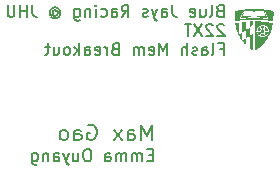
<source format=gbr>
%TF.GenerationSoftware,KiCad,Pcbnew,9.0.6*%
%TF.CreationDate,2025-11-01T16:48:45-04:00*%
%TF.ProjectId,W25Q02JVTBIM_breakout,57323551-3032-44a5-9654-42494d5f6272,rev?*%
%TF.SameCoordinates,Original*%
%TF.FileFunction,Legend,Bot*%
%TF.FilePolarity,Positive*%
%FSLAX46Y46*%
G04 Gerber Fmt 4.6, Leading zero omitted, Abs format (unit mm)*
G04 Created by KiCad (PCBNEW 9.0.6) date 2025-11-01 16:48:45*
%MOMM*%
%LPD*%
G01*
G04 APERTURE LIST*
%ADD10C,0.150000*%
%ADD11C,0.162500*%
%ADD12C,0.000000*%
G04 APERTURE END LIST*
D10*
X159163220Y-99596009D02*
X158829887Y-99596009D01*
X158687030Y-100119819D02*
X159163220Y-100119819D01*
X159163220Y-100119819D02*
X159163220Y-99119819D01*
X159163220Y-99119819D02*
X158687030Y-99119819D01*
X158258458Y-100119819D02*
X158258458Y-99453152D01*
X158258458Y-99548390D02*
X158210839Y-99500771D01*
X158210839Y-99500771D02*
X158115601Y-99453152D01*
X158115601Y-99453152D02*
X157972744Y-99453152D01*
X157972744Y-99453152D02*
X157877506Y-99500771D01*
X157877506Y-99500771D02*
X157829887Y-99596009D01*
X157829887Y-99596009D02*
X157829887Y-100119819D01*
X157829887Y-99596009D02*
X157782268Y-99500771D01*
X157782268Y-99500771D02*
X157687030Y-99453152D01*
X157687030Y-99453152D02*
X157544173Y-99453152D01*
X157544173Y-99453152D02*
X157448934Y-99500771D01*
X157448934Y-99500771D02*
X157401315Y-99596009D01*
X157401315Y-99596009D02*
X157401315Y-100119819D01*
X156925125Y-100119819D02*
X156925125Y-99453152D01*
X156925125Y-99548390D02*
X156877506Y-99500771D01*
X156877506Y-99500771D02*
X156782268Y-99453152D01*
X156782268Y-99453152D02*
X156639411Y-99453152D01*
X156639411Y-99453152D02*
X156544173Y-99500771D01*
X156544173Y-99500771D02*
X156496554Y-99596009D01*
X156496554Y-99596009D02*
X156496554Y-100119819D01*
X156496554Y-99596009D02*
X156448935Y-99500771D01*
X156448935Y-99500771D02*
X156353697Y-99453152D01*
X156353697Y-99453152D02*
X156210840Y-99453152D01*
X156210840Y-99453152D02*
X156115601Y-99500771D01*
X156115601Y-99500771D02*
X156067982Y-99596009D01*
X156067982Y-99596009D02*
X156067982Y-100119819D01*
X155163221Y-100119819D02*
X155163221Y-99596009D01*
X155163221Y-99596009D02*
X155210840Y-99500771D01*
X155210840Y-99500771D02*
X155306078Y-99453152D01*
X155306078Y-99453152D02*
X155496554Y-99453152D01*
X155496554Y-99453152D02*
X155591792Y-99500771D01*
X155163221Y-100072200D02*
X155258459Y-100119819D01*
X155258459Y-100119819D02*
X155496554Y-100119819D01*
X155496554Y-100119819D02*
X155591792Y-100072200D01*
X155591792Y-100072200D02*
X155639411Y-99976961D01*
X155639411Y-99976961D02*
X155639411Y-99881723D01*
X155639411Y-99881723D02*
X155591792Y-99786485D01*
X155591792Y-99786485D02*
X155496554Y-99738866D01*
X155496554Y-99738866D02*
X155258459Y-99738866D01*
X155258459Y-99738866D02*
X155163221Y-99691247D01*
X153734649Y-99119819D02*
X153544173Y-99119819D01*
X153544173Y-99119819D02*
X153448935Y-99167438D01*
X153448935Y-99167438D02*
X153353697Y-99262676D01*
X153353697Y-99262676D02*
X153306078Y-99453152D01*
X153306078Y-99453152D02*
X153306078Y-99786485D01*
X153306078Y-99786485D02*
X153353697Y-99976961D01*
X153353697Y-99976961D02*
X153448935Y-100072200D01*
X153448935Y-100072200D02*
X153544173Y-100119819D01*
X153544173Y-100119819D02*
X153734649Y-100119819D01*
X153734649Y-100119819D02*
X153829887Y-100072200D01*
X153829887Y-100072200D02*
X153925125Y-99976961D01*
X153925125Y-99976961D02*
X153972744Y-99786485D01*
X153972744Y-99786485D02*
X153972744Y-99453152D01*
X153972744Y-99453152D02*
X153925125Y-99262676D01*
X153925125Y-99262676D02*
X153829887Y-99167438D01*
X153829887Y-99167438D02*
X153734649Y-99119819D01*
X152448935Y-99453152D02*
X152448935Y-100119819D01*
X152877506Y-99453152D02*
X152877506Y-99976961D01*
X152877506Y-99976961D02*
X152829887Y-100072200D01*
X152829887Y-100072200D02*
X152734649Y-100119819D01*
X152734649Y-100119819D02*
X152591792Y-100119819D01*
X152591792Y-100119819D02*
X152496554Y-100072200D01*
X152496554Y-100072200D02*
X152448935Y-100024580D01*
X152067982Y-99453152D02*
X151829887Y-100119819D01*
X151591792Y-99453152D02*
X151829887Y-100119819D01*
X151829887Y-100119819D02*
X151925125Y-100357914D01*
X151925125Y-100357914D02*
X151972744Y-100405533D01*
X151972744Y-100405533D02*
X152067982Y-100453152D01*
X150782268Y-100119819D02*
X150782268Y-99596009D01*
X150782268Y-99596009D02*
X150829887Y-99500771D01*
X150829887Y-99500771D02*
X150925125Y-99453152D01*
X150925125Y-99453152D02*
X151115601Y-99453152D01*
X151115601Y-99453152D02*
X151210839Y-99500771D01*
X150782268Y-100072200D02*
X150877506Y-100119819D01*
X150877506Y-100119819D02*
X151115601Y-100119819D01*
X151115601Y-100119819D02*
X151210839Y-100072200D01*
X151210839Y-100072200D02*
X151258458Y-99976961D01*
X151258458Y-99976961D02*
X151258458Y-99881723D01*
X151258458Y-99881723D02*
X151210839Y-99786485D01*
X151210839Y-99786485D02*
X151115601Y-99738866D01*
X151115601Y-99738866D02*
X150877506Y-99738866D01*
X150877506Y-99738866D02*
X150782268Y-99691247D01*
X150306077Y-99453152D02*
X150306077Y-100119819D01*
X150306077Y-99548390D02*
X150258458Y-99500771D01*
X150258458Y-99500771D02*
X150163220Y-99453152D01*
X150163220Y-99453152D02*
X150020363Y-99453152D01*
X150020363Y-99453152D02*
X149925125Y-99500771D01*
X149925125Y-99500771D02*
X149877506Y-99596009D01*
X149877506Y-99596009D02*
X149877506Y-100119819D01*
X148972744Y-99453152D02*
X148972744Y-100262676D01*
X148972744Y-100262676D02*
X149020363Y-100357914D01*
X149020363Y-100357914D02*
X149067982Y-100405533D01*
X149067982Y-100405533D02*
X149163220Y-100453152D01*
X149163220Y-100453152D02*
X149306077Y-100453152D01*
X149306077Y-100453152D02*
X149401315Y-100405533D01*
X148972744Y-100072200D02*
X149067982Y-100119819D01*
X149067982Y-100119819D02*
X149258458Y-100119819D01*
X149258458Y-100119819D02*
X149353696Y-100072200D01*
X149353696Y-100072200D02*
X149401315Y-100024580D01*
X149401315Y-100024580D02*
X149448934Y-99929342D01*
X149448934Y-99929342D02*
X149448934Y-99643628D01*
X149448934Y-99643628D02*
X149401315Y-99548390D01*
X149401315Y-99548390D02*
X149353696Y-99500771D01*
X149353696Y-99500771D02*
X149258458Y-99453152D01*
X149258458Y-99453152D02*
X149067982Y-99453152D01*
X149067982Y-99453152D02*
X148972744Y-99500771D01*
D11*
X159083569Y-98332454D02*
X159083569Y-97032454D01*
X159083569Y-97032454D02*
X158650235Y-97961026D01*
X158650235Y-97961026D02*
X158216902Y-97032454D01*
X158216902Y-97032454D02*
X158216902Y-98332454D01*
X157040712Y-98332454D02*
X157040712Y-97651502D01*
X157040712Y-97651502D02*
X157102617Y-97527692D01*
X157102617Y-97527692D02*
X157226426Y-97465788D01*
X157226426Y-97465788D02*
X157474045Y-97465788D01*
X157474045Y-97465788D02*
X157597855Y-97527692D01*
X157040712Y-98270550D02*
X157164521Y-98332454D01*
X157164521Y-98332454D02*
X157474045Y-98332454D01*
X157474045Y-98332454D02*
X157597855Y-98270550D01*
X157597855Y-98270550D02*
X157659759Y-98146740D01*
X157659759Y-98146740D02*
X157659759Y-98022930D01*
X157659759Y-98022930D02*
X157597855Y-97899121D01*
X157597855Y-97899121D02*
X157474045Y-97837216D01*
X157474045Y-97837216D02*
X157164521Y-97837216D01*
X157164521Y-97837216D02*
X157040712Y-97775311D01*
X156545474Y-98332454D02*
X155864522Y-97465788D01*
X156545474Y-97465788D02*
X155864522Y-98332454D01*
X153697855Y-97094359D02*
X153821665Y-97032454D01*
X153821665Y-97032454D02*
X154007379Y-97032454D01*
X154007379Y-97032454D02*
X154193093Y-97094359D01*
X154193093Y-97094359D02*
X154316903Y-97218169D01*
X154316903Y-97218169D02*
X154378808Y-97341978D01*
X154378808Y-97341978D02*
X154440712Y-97589597D01*
X154440712Y-97589597D02*
X154440712Y-97775311D01*
X154440712Y-97775311D02*
X154378808Y-98022930D01*
X154378808Y-98022930D02*
X154316903Y-98146740D01*
X154316903Y-98146740D02*
X154193093Y-98270550D01*
X154193093Y-98270550D02*
X154007379Y-98332454D01*
X154007379Y-98332454D02*
X153883570Y-98332454D01*
X153883570Y-98332454D02*
X153697855Y-98270550D01*
X153697855Y-98270550D02*
X153635951Y-98208645D01*
X153635951Y-98208645D02*
X153635951Y-97775311D01*
X153635951Y-97775311D02*
X153883570Y-97775311D01*
X152521665Y-98332454D02*
X152521665Y-97651502D01*
X152521665Y-97651502D02*
X152583570Y-97527692D01*
X152583570Y-97527692D02*
X152707379Y-97465788D01*
X152707379Y-97465788D02*
X152954998Y-97465788D01*
X152954998Y-97465788D02*
X153078808Y-97527692D01*
X152521665Y-98270550D02*
X152645474Y-98332454D01*
X152645474Y-98332454D02*
X152954998Y-98332454D01*
X152954998Y-98332454D02*
X153078808Y-98270550D01*
X153078808Y-98270550D02*
X153140712Y-98146740D01*
X153140712Y-98146740D02*
X153140712Y-98022930D01*
X153140712Y-98022930D02*
X153078808Y-97899121D01*
X153078808Y-97899121D02*
X152954998Y-97837216D01*
X152954998Y-97837216D02*
X152645474Y-97837216D01*
X152645474Y-97837216D02*
X152521665Y-97775311D01*
X151716903Y-98332454D02*
X151840713Y-98270550D01*
X151840713Y-98270550D02*
X151902618Y-98208645D01*
X151902618Y-98208645D02*
X151964522Y-98084835D01*
X151964522Y-98084835D02*
X151964522Y-97713407D01*
X151964522Y-97713407D02*
X151902618Y-97589597D01*
X151902618Y-97589597D02*
X151840713Y-97527692D01*
X151840713Y-97527692D02*
X151716903Y-97465788D01*
X151716903Y-97465788D02*
X151531189Y-97465788D01*
X151531189Y-97465788D02*
X151407380Y-97527692D01*
X151407380Y-97527692D02*
X151345475Y-97589597D01*
X151345475Y-97589597D02*
X151283570Y-97713407D01*
X151283570Y-97713407D02*
X151283570Y-98084835D01*
X151283570Y-98084835D02*
X151345475Y-98208645D01*
X151345475Y-98208645D02*
X151407380Y-98270550D01*
X151407380Y-98270550D02*
X151531189Y-98332454D01*
X151531189Y-98332454D02*
X151716903Y-98332454D01*
D10*
X164829887Y-87376121D02*
X164687030Y-87423740D01*
X164687030Y-87423740D02*
X164639411Y-87471359D01*
X164639411Y-87471359D02*
X164591792Y-87566597D01*
X164591792Y-87566597D02*
X164591792Y-87709454D01*
X164591792Y-87709454D02*
X164639411Y-87804692D01*
X164639411Y-87804692D02*
X164687030Y-87852312D01*
X164687030Y-87852312D02*
X164782268Y-87899931D01*
X164782268Y-87899931D02*
X165163220Y-87899931D01*
X165163220Y-87899931D02*
X165163220Y-86899931D01*
X165163220Y-86899931D02*
X164829887Y-86899931D01*
X164829887Y-86899931D02*
X164734649Y-86947550D01*
X164734649Y-86947550D02*
X164687030Y-86995169D01*
X164687030Y-86995169D02*
X164639411Y-87090407D01*
X164639411Y-87090407D02*
X164639411Y-87185645D01*
X164639411Y-87185645D02*
X164687030Y-87280883D01*
X164687030Y-87280883D02*
X164734649Y-87328502D01*
X164734649Y-87328502D02*
X164829887Y-87376121D01*
X164829887Y-87376121D02*
X165163220Y-87376121D01*
X164020363Y-87899931D02*
X164115601Y-87852312D01*
X164115601Y-87852312D02*
X164163220Y-87757073D01*
X164163220Y-87757073D02*
X164163220Y-86899931D01*
X163210839Y-87233264D02*
X163210839Y-87899931D01*
X163639410Y-87233264D02*
X163639410Y-87757073D01*
X163639410Y-87757073D02*
X163591791Y-87852312D01*
X163591791Y-87852312D02*
X163496553Y-87899931D01*
X163496553Y-87899931D02*
X163353696Y-87899931D01*
X163353696Y-87899931D02*
X163258458Y-87852312D01*
X163258458Y-87852312D02*
X163210839Y-87804692D01*
X162353696Y-87852312D02*
X162448934Y-87899931D01*
X162448934Y-87899931D02*
X162639410Y-87899931D01*
X162639410Y-87899931D02*
X162734648Y-87852312D01*
X162734648Y-87852312D02*
X162782267Y-87757073D01*
X162782267Y-87757073D02*
X162782267Y-87376121D01*
X162782267Y-87376121D02*
X162734648Y-87280883D01*
X162734648Y-87280883D02*
X162639410Y-87233264D01*
X162639410Y-87233264D02*
X162448934Y-87233264D01*
X162448934Y-87233264D02*
X162353696Y-87280883D01*
X162353696Y-87280883D02*
X162306077Y-87376121D01*
X162306077Y-87376121D02*
X162306077Y-87471359D01*
X162306077Y-87471359D02*
X162782267Y-87566597D01*
X160829886Y-86899931D02*
X160829886Y-87614216D01*
X160829886Y-87614216D02*
X160877505Y-87757073D01*
X160877505Y-87757073D02*
X160972743Y-87852312D01*
X160972743Y-87852312D02*
X161115600Y-87899931D01*
X161115600Y-87899931D02*
X161210838Y-87899931D01*
X159925124Y-87899931D02*
X159925124Y-87376121D01*
X159925124Y-87376121D02*
X159972743Y-87280883D01*
X159972743Y-87280883D02*
X160067981Y-87233264D01*
X160067981Y-87233264D02*
X160258457Y-87233264D01*
X160258457Y-87233264D02*
X160353695Y-87280883D01*
X159925124Y-87852312D02*
X160020362Y-87899931D01*
X160020362Y-87899931D02*
X160258457Y-87899931D01*
X160258457Y-87899931D02*
X160353695Y-87852312D01*
X160353695Y-87852312D02*
X160401314Y-87757073D01*
X160401314Y-87757073D02*
X160401314Y-87661835D01*
X160401314Y-87661835D02*
X160353695Y-87566597D01*
X160353695Y-87566597D02*
X160258457Y-87518978D01*
X160258457Y-87518978D02*
X160020362Y-87518978D01*
X160020362Y-87518978D02*
X159925124Y-87471359D01*
X159544171Y-87233264D02*
X159306076Y-87899931D01*
X159067981Y-87233264D02*
X159306076Y-87899931D01*
X159306076Y-87899931D02*
X159401314Y-88138026D01*
X159401314Y-88138026D02*
X159448933Y-88185645D01*
X159448933Y-88185645D02*
X159544171Y-88233264D01*
X158734647Y-87852312D02*
X158639409Y-87899931D01*
X158639409Y-87899931D02*
X158448933Y-87899931D01*
X158448933Y-87899931D02*
X158353695Y-87852312D01*
X158353695Y-87852312D02*
X158306076Y-87757073D01*
X158306076Y-87757073D02*
X158306076Y-87709454D01*
X158306076Y-87709454D02*
X158353695Y-87614216D01*
X158353695Y-87614216D02*
X158448933Y-87566597D01*
X158448933Y-87566597D02*
X158591790Y-87566597D01*
X158591790Y-87566597D02*
X158687028Y-87518978D01*
X158687028Y-87518978D02*
X158734647Y-87423740D01*
X158734647Y-87423740D02*
X158734647Y-87376121D01*
X158734647Y-87376121D02*
X158687028Y-87280883D01*
X158687028Y-87280883D02*
X158591790Y-87233264D01*
X158591790Y-87233264D02*
X158448933Y-87233264D01*
X158448933Y-87233264D02*
X158353695Y-87280883D01*
X156544171Y-87899931D02*
X156877504Y-87423740D01*
X157115599Y-87899931D02*
X157115599Y-86899931D01*
X157115599Y-86899931D02*
X156734647Y-86899931D01*
X156734647Y-86899931D02*
X156639409Y-86947550D01*
X156639409Y-86947550D02*
X156591790Y-86995169D01*
X156591790Y-86995169D02*
X156544171Y-87090407D01*
X156544171Y-87090407D02*
X156544171Y-87233264D01*
X156544171Y-87233264D02*
X156591790Y-87328502D01*
X156591790Y-87328502D02*
X156639409Y-87376121D01*
X156639409Y-87376121D02*
X156734647Y-87423740D01*
X156734647Y-87423740D02*
X157115599Y-87423740D01*
X155687028Y-87899931D02*
X155687028Y-87376121D01*
X155687028Y-87376121D02*
X155734647Y-87280883D01*
X155734647Y-87280883D02*
X155829885Y-87233264D01*
X155829885Y-87233264D02*
X156020361Y-87233264D01*
X156020361Y-87233264D02*
X156115599Y-87280883D01*
X155687028Y-87852312D02*
X155782266Y-87899931D01*
X155782266Y-87899931D02*
X156020361Y-87899931D01*
X156020361Y-87899931D02*
X156115599Y-87852312D01*
X156115599Y-87852312D02*
X156163218Y-87757073D01*
X156163218Y-87757073D02*
X156163218Y-87661835D01*
X156163218Y-87661835D02*
X156115599Y-87566597D01*
X156115599Y-87566597D02*
X156020361Y-87518978D01*
X156020361Y-87518978D02*
X155782266Y-87518978D01*
X155782266Y-87518978D02*
X155687028Y-87471359D01*
X154782266Y-87852312D02*
X154877504Y-87899931D01*
X154877504Y-87899931D02*
X155067980Y-87899931D01*
X155067980Y-87899931D02*
X155163218Y-87852312D01*
X155163218Y-87852312D02*
X155210837Y-87804692D01*
X155210837Y-87804692D02*
X155258456Y-87709454D01*
X155258456Y-87709454D02*
X155258456Y-87423740D01*
X155258456Y-87423740D02*
X155210837Y-87328502D01*
X155210837Y-87328502D02*
X155163218Y-87280883D01*
X155163218Y-87280883D02*
X155067980Y-87233264D01*
X155067980Y-87233264D02*
X154877504Y-87233264D01*
X154877504Y-87233264D02*
X154782266Y-87280883D01*
X154353694Y-87899931D02*
X154353694Y-87233264D01*
X154353694Y-86899931D02*
X154401313Y-86947550D01*
X154401313Y-86947550D02*
X154353694Y-86995169D01*
X154353694Y-86995169D02*
X154306075Y-86947550D01*
X154306075Y-86947550D02*
X154353694Y-86899931D01*
X154353694Y-86899931D02*
X154353694Y-86995169D01*
X153877504Y-87233264D02*
X153877504Y-87899931D01*
X153877504Y-87328502D02*
X153829885Y-87280883D01*
X153829885Y-87280883D02*
X153734647Y-87233264D01*
X153734647Y-87233264D02*
X153591790Y-87233264D01*
X153591790Y-87233264D02*
X153496552Y-87280883D01*
X153496552Y-87280883D02*
X153448933Y-87376121D01*
X153448933Y-87376121D02*
X153448933Y-87899931D01*
X152544171Y-87233264D02*
X152544171Y-88042788D01*
X152544171Y-88042788D02*
X152591790Y-88138026D01*
X152591790Y-88138026D02*
X152639409Y-88185645D01*
X152639409Y-88185645D02*
X152734647Y-88233264D01*
X152734647Y-88233264D02*
X152877504Y-88233264D01*
X152877504Y-88233264D02*
X152972742Y-88185645D01*
X152544171Y-87852312D02*
X152639409Y-87899931D01*
X152639409Y-87899931D02*
X152829885Y-87899931D01*
X152829885Y-87899931D02*
X152925123Y-87852312D01*
X152925123Y-87852312D02*
X152972742Y-87804692D01*
X152972742Y-87804692D02*
X153020361Y-87709454D01*
X153020361Y-87709454D02*
X153020361Y-87423740D01*
X153020361Y-87423740D02*
X152972742Y-87328502D01*
X152972742Y-87328502D02*
X152925123Y-87280883D01*
X152925123Y-87280883D02*
X152829885Y-87233264D01*
X152829885Y-87233264D02*
X152639409Y-87233264D01*
X152639409Y-87233264D02*
X152544171Y-87280883D01*
X150687028Y-87423740D02*
X150734647Y-87376121D01*
X150734647Y-87376121D02*
X150829885Y-87328502D01*
X150829885Y-87328502D02*
X150925123Y-87328502D01*
X150925123Y-87328502D02*
X151020361Y-87376121D01*
X151020361Y-87376121D02*
X151067980Y-87423740D01*
X151067980Y-87423740D02*
X151115599Y-87518978D01*
X151115599Y-87518978D02*
X151115599Y-87614216D01*
X151115599Y-87614216D02*
X151067980Y-87709454D01*
X151067980Y-87709454D02*
X151020361Y-87757073D01*
X151020361Y-87757073D02*
X150925123Y-87804692D01*
X150925123Y-87804692D02*
X150829885Y-87804692D01*
X150829885Y-87804692D02*
X150734647Y-87757073D01*
X150734647Y-87757073D02*
X150687028Y-87709454D01*
X150687028Y-87328502D02*
X150687028Y-87709454D01*
X150687028Y-87709454D02*
X150639409Y-87757073D01*
X150639409Y-87757073D02*
X150591790Y-87757073D01*
X150591790Y-87757073D02*
X150496551Y-87709454D01*
X150496551Y-87709454D02*
X150448932Y-87614216D01*
X150448932Y-87614216D02*
X150448932Y-87376121D01*
X150448932Y-87376121D02*
X150544171Y-87233264D01*
X150544171Y-87233264D02*
X150687028Y-87138026D01*
X150687028Y-87138026D02*
X150877504Y-87090407D01*
X150877504Y-87090407D02*
X151067980Y-87138026D01*
X151067980Y-87138026D02*
X151210837Y-87233264D01*
X151210837Y-87233264D02*
X151306075Y-87376121D01*
X151306075Y-87376121D02*
X151353694Y-87566597D01*
X151353694Y-87566597D02*
X151306075Y-87757073D01*
X151306075Y-87757073D02*
X151210837Y-87899931D01*
X151210837Y-87899931D02*
X151067980Y-87995169D01*
X151067980Y-87995169D02*
X150877504Y-88042788D01*
X150877504Y-88042788D02*
X150687028Y-87995169D01*
X150687028Y-87995169D02*
X150544171Y-87899931D01*
X148972742Y-86899931D02*
X148972742Y-87614216D01*
X148972742Y-87614216D02*
X149020361Y-87757073D01*
X149020361Y-87757073D02*
X149115599Y-87852312D01*
X149115599Y-87852312D02*
X149258456Y-87899931D01*
X149258456Y-87899931D02*
X149353694Y-87899931D01*
X148496551Y-87899931D02*
X148496551Y-86899931D01*
X148496551Y-87376121D02*
X147925123Y-87376121D01*
X147925123Y-87899931D02*
X147925123Y-86899931D01*
X147448932Y-86899931D02*
X147448932Y-87709454D01*
X147448932Y-87709454D02*
X147401313Y-87804692D01*
X147401313Y-87804692D02*
X147353694Y-87852312D01*
X147353694Y-87852312D02*
X147258456Y-87899931D01*
X147258456Y-87899931D02*
X147067980Y-87899931D01*
X147067980Y-87899931D02*
X146972742Y-87852312D01*
X146972742Y-87852312D02*
X146925123Y-87804692D01*
X146925123Y-87804692D02*
X146877504Y-87709454D01*
X146877504Y-87709454D02*
X146877504Y-86899931D01*
X165210839Y-88605113D02*
X165163220Y-88557494D01*
X165163220Y-88557494D02*
X165067982Y-88509875D01*
X165067982Y-88509875D02*
X164829887Y-88509875D01*
X164829887Y-88509875D02*
X164734649Y-88557494D01*
X164734649Y-88557494D02*
X164687030Y-88605113D01*
X164687030Y-88605113D02*
X164639411Y-88700351D01*
X164639411Y-88700351D02*
X164639411Y-88795589D01*
X164639411Y-88795589D02*
X164687030Y-88938446D01*
X164687030Y-88938446D02*
X165258458Y-89509875D01*
X165258458Y-89509875D02*
X164639411Y-89509875D01*
X164258458Y-88605113D02*
X164210839Y-88557494D01*
X164210839Y-88557494D02*
X164115601Y-88509875D01*
X164115601Y-88509875D02*
X163877506Y-88509875D01*
X163877506Y-88509875D02*
X163782268Y-88557494D01*
X163782268Y-88557494D02*
X163734649Y-88605113D01*
X163734649Y-88605113D02*
X163687030Y-88700351D01*
X163687030Y-88700351D02*
X163687030Y-88795589D01*
X163687030Y-88795589D02*
X163734649Y-88938446D01*
X163734649Y-88938446D02*
X164306077Y-89509875D01*
X164306077Y-89509875D02*
X163687030Y-89509875D01*
X163353696Y-88509875D02*
X162687030Y-89509875D01*
X162687030Y-88509875D02*
X163353696Y-89509875D01*
X162448934Y-88509875D02*
X161877506Y-88509875D01*
X162163220Y-89509875D02*
X162163220Y-88509875D01*
X164829887Y-90596009D02*
X165163220Y-90596009D01*
X165163220Y-91119819D02*
X165163220Y-90119819D01*
X165163220Y-90119819D02*
X164687030Y-90119819D01*
X164163220Y-91119819D02*
X164258458Y-91072200D01*
X164258458Y-91072200D02*
X164306077Y-90976961D01*
X164306077Y-90976961D02*
X164306077Y-90119819D01*
X163353696Y-91119819D02*
X163353696Y-90596009D01*
X163353696Y-90596009D02*
X163401315Y-90500771D01*
X163401315Y-90500771D02*
X163496553Y-90453152D01*
X163496553Y-90453152D02*
X163687029Y-90453152D01*
X163687029Y-90453152D02*
X163782267Y-90500771D01*
X163353696Y-91072200D02*
X163448934Y-91119819D01*
X163448934Y-91119819D02*
X163687029Y-91119819D01*
X163687029Y-91119819D02*
X163782267Y-91072200D01*
X163782267Y-91072200D02*
X163829886Y-90976961D01*
X163829886Y-90976961D02*
X163829886Y-90881723D01*
X163829886Y-90881723D02*
X163782267Y-90786485D01*
X163782267Y-90786485D02*
X163687029Y-90738866D01*
X163687029Y-90738866D02*
X163448934Y-90738866D01*
X163448934Y-90738866D02*
X163353696Y-90691247D01*
X162925124Y-91072200D02*
X162829886Y-91119819D01*
X162829886Y-91119819D02*
X162639410Y-91119819D01*
X162639410Y-91119819D02*
X162544172Y-91072200D01*
X162544172Y-91072200D02*
X162496553Y-90976961D01*
X162496553Y-90976961D02*
X162496553Y-90929342D01*
X162496553Y-90929342D02*
X162544172Y-90834104D01*
X162544172Y-90834104D02*
X162639410Y-90786485D01*
X162639410Y-90786485D02*
X162782267Y-90786485D01*
X162782267Y-90786485D02*
X162877505Y-90738866D01*
X162877505Y-90738866D02*
X162925124Y-90643628D01*
X162925124Y-90643628D02*
X162925124Y-90596009D01*
X162925124Y-90596009D02*
X162877505Y-90500771D01*
X162877505Y-90500771D02*
X162782267Y-90453152D01*
X162782267Y-90453152D02*
X162639410Y-90453152D01*
X162639410Y-90453152D02*
X162544172Y-90500771D01*
X162067981Y-91119819D02*
X162067981Y-90119819D01*
X161639410Y-91119819D02*
X161639410Y-90596009D01*
X161639410Y-90596009D02*
X161687029Y-90500771D01*
X161687029Y-90500771D02*
X161782267Y-90453152D01*
X161782267Y-90453152D02*
X161925124Y-90453152D01*
X161925124Y-90453152D02*
X162020362Y-90500771D01*
X162020362Y-90500771D02*
X162067981Y-90548390D01*
X160401314Y-91119819D02*
X160401314Y-90119819D01*
X160401314Y-90119819D02*
X160067981Y-90834104D01*
X160067981Y-90834104D02*
X159734648Y-90119819D01*
X159734648Y-90119819D02*
X159734648Y-91119819D01*
X158877505Y-91072200D02*
X158972743Y-91119819D01*
X158972743Y-91119819D02*
X159163219Y-91119819D01*
X159163219Y-91119819D02*
X159258457Y-91072200D01*
X159258457Y-91072200D02*
X159306076Y-90976961D01*
X159306076Y-90976961D02*
X159306076Y-90596009D01*
X159306076Y-90596009D02*
X159258457Y-90500771D01*
X159258457Y-90500771D02*
X159163219Y-90453152D01*
X159163219Y-90453152D02*
X158972743Y-90453152D01*
X158972743Y-90453152D02*
X158877505Y-90500771D01*
X158877505Y-90500771D02*
X158829886Y-90596009D01*
X158829886Y-90596009D02*
X158829886Y-90691247D01*
X158829886Y-90691247D02*
X159306076Y-90786485D01*
X158401314Y-91119819D02*
X158401314Y-90453152D01*
X158401314Y-90548390D02*
X158353695Y-90500771D01*
X158353695Y-90500771D02*
X158258457Y-90453152D01*
X158258457Y-90453152D02*
X158115600Y-90453152D01*
X158115600Y-90453152D02*
X158020362Y-90500771D01*
X158020362Y-90500771D02*
X157972743Y-90596009D01*
X157972743Y-90596009D02*
X157972743Y-91119819D01*
X157972743Y-90596009D02*
X157925124Y-90500771D01*
X157925124Y-90500771D02*
X157829886Y-90453152D01*
X157829886Y-90453152D02*
X157687029Y-90453152D01*
X157687029Y-90453152D02*
X157591790Y-90500771D01*
X157591790Y-90500771D02*
X157544171Y-90596009D01*
X157544171Y-90596009D02*
X157544171Y-91119819D01*
X155972743Y-90596009D02*
X155829886Y-90643628D01*
X155829886Y-90643628D02*
X155782267Y-90691247D01*
X155782267Y-90691247D02*
X155734648Y-90786485D01*
X155734648Y-90786485D02*
X155734648Y-90929342D01*
X155734648Y-90929342D02*
X155782267Y-91024580D01*
X155782267Y-91024580D02*
X155829886Y-91072200D01*
X155829886Y-91072200D02*
X155925124Y-91119819D01*
X155925124Y-91119819D02*
X156306076Y-91119819D01*
X156306076Y-91119819D02*
X156306076Y-90119819D01*
X156306076Y-90119819D02*
X155972743Y-90119819D01*
X155972743Y-90119819D02*
X155877505Y-90167438D01*
X155877505Y-90167438D02*
X155829886Y-90215057D01*
X155829886Y-90215057D02*
X155782267Y-90310295D01*
X155782267Y-90310295D02*
X155782267Y-90405533D01*
X155782267Y-90405533D02*
X155829886Y-90500771D01*
X155829886Y-90500771D02*
X155877505Y-90548390D01*
X155877505Y-90548390D02*
X155972743Y-90596009D01*
X155972743Y-90596009D02*
X156306076Y-90596009D01*
X155306076Y-91119819D02*
X155306076Y-90453152D01*
X155306076Y-90643628D02*
X155258457Y-90548390D01*
X155258457Y-90548390D02*
X155210838Y-90500771D01*
X155210838Y-90500771D02*
X155115600Y-90453152D01*
X155115600Y-90453152D02*
X155020362Y-90453152D01*
X154306076Y-91072200D02*
X154401314Y-91119819D01*
X154401314Y-91119819D02*
X154591790Y-91119819D01*
X154591790Y-91119819D02*
X154687028Y-91072200D01*
X154687028Y-91072200D02*
X154734647Y-90976961D01*
X154734647Y-90976961D02*
X154734647Y-90596009D01*
X154734647Y-90596009D02*
X154687028Y-90500771D01*
X154687028Y-90500771D02*
X154591790Y-90453152D01*
X154591790Y-90453152D02*
X154401314Y-90453152D01*
X154401314Y-90453152D02*
X154306076Y-90500771D01*
X154306076Y-90500771D02*
X154258457Y-90596009D01*
X154258457Y-90596009D02*
X154258457Y-90691247D01*
X154258457Y-90691247D02*
X154734647Y-90786485D01*
X153401314Y-91119819D02*
X153401314Y-90596009D01*
X153401314Y-90596009D02*
X153448933Y-90500771D01*
X153448933Y-90500771D02*
X153544171Y-90453152D01*
X153544171Y-90453152D02*
X153734647Y-90453152D01*
X153734647Y-90453152D02*
X153829885Y-90500771D01*
X153401314Y-91072200D02*
X153496552Y-91119819D01*
X153496552Y-91119819D02*
X153734647Y-91119819D01*
X153734647Y-91119819D02*
X153829885Y-91072200D01*
X153829885Y-91072200D02*
X153877504Y-90976961D01*
X153877504Y-90976961D02*
X153877504Y-90881723D01*
X153877504Y-90881723D02*
X153829885Y-90786485D01*
X153829885Y-90786485D02*
X153734647Y-90738866D01*
X153734647Y-90738866D02*
X153496552Y-90738866D01*
X153496552Y-90738866D02*
X153401314Y-90691247D01*
X152925123Y-91119819D02*
X152925123Y-90119819D01*
X152829885Y-90738866D02*
X152544171Y-91119819D01*
X152544171Y-90453152D02*
X152925123Y-90834104D01*
X151972742Y-91119819D02*
X152067980Y-91072200D01*
X152067980Y-91072200D02*
X152115599Y-91024580D01*
X152115599Y-91024580D02*
X152163218Y-90929342D01*
X152163218Y-90929342D02*
X152163218Y-90643628D01*
X152163218Y-90643628D02*
X152115599Y-90548390D01*
X152115599Y-90548390D02*
X152067980Y-90500771D01*
X152067980Y-90500771D02*
X151972742Y-90453152D01*
X151972742Y-90453152D02*
X151829885Y-90453152D01*
X151829885Y-90453152D02*
X151734647Y-90500771D01*
X151734647Y-90500771D02*
X151687028Y-90548390D01*
X151687028Y-90548390D02*
X151639409Y-90643628D01*
X151639409Y-90643628D02*
X151639409Y-90929342D01*
X151639409Y-90929342D02*
X151687028Y-91024580D01*
X151687028Y-91024580D02*
X151734647Y-91072200D01*
X151734647Y-91072200D02*
X151829885Y-91119819D01*
X151829885Y-91119819D02*
X151972742Y-91119819D01*
X150782266Y-90453152D02*
X150782266Y-91119819D01*
X151210837Y-90453152D02*
X151210837Y-90976961D01*
X151210837Y-90976961D02*
X151163218Y-91072200D01*
X151163218Y-91072200D02*
X151067980Y-91119819D01*
X151067980Y-91119819D02*
X150925123Y-91119819D01*
X150925123Y-91119819D02*
X150829885Y-91072200D01*
X150829885Y-91072200D02*
X150782266Y-91024580D01*
X150448932Y-90453152D02*
X150067980Y-90453152D01*
X150306075Y-90119819D02*
X150306075Y-90976961D01*
X150306075Y-90976961D02*
X150258456Y-91072200D01*
X150258456Y-91072200D02*
X150163218Y-91119819D01*
X150163218Y-91119819D02*
X150067980Y-91119819D01*
D12*
%TO.C,G\u002A\u002A\u002A*%
G36*
X169152240Y-89164619D02*
G01*
X169108603Y-89272925D01*
X169061423Y-89379075D01*
X169010730Y-89483010D01*
X168956556Y-89584668D01*
X168898931Y-89683987D01*
X168837885Y-89780908D01*
X168773450Y-89875368D01*
X168705655Y-89967308D01*
X168634532Y-90056666D01*
X168560112Y-90143381D01*
X168531651Y-90174865D01*
X168463448Y-90246801D01*
X168392834Y-90316556D01*
X168320122Y-90383874D01*
X168245625Y-90448498D01*
X168169652Y-90510172D01*
X168092516Y-90568638D01*
X168014529Y-90623640D01*
X167936003Y-90674922D01*
X167857248Y-90722226D01*
X167848687Y-90727107D01*
X167839176Y-90732441D01*
X167831439Y-90736677D01*
X167826109Y-90739472D01*
X167823815Y-90740480D01*
X167823812Y-90740478D01*
X167823716Y-90738239D01*
X167823621Y-90731887D01*
X167823528Y-90721540D01*
X167823437Y-90707314D01*
X167823347Y-90689327D01*
X167823260Y-90667697D01*
X167823175Y-90642541D01*
X167823092Y-90613977D01*
X167823011Y-90582122D01*
X167822934Y-90547093D01*
X167822859Y-90509009D01*
X167822787Y-90467986D01*
X167822718Y-90424143D01*
X167822653Y-90377596D01*
X167822591Y-90328463D01*
X167822533Y-90276861D01*
X167822478Y-90222909D01*
X167822427Y-90166723D01*
X167822381Y-90108421D01*
X167822338Y-90048121D01*
X167822300Y-89985940D01*
X167822267Y-89921995D01*
X167822238Y-89856405D01*
X167822214Y-89789285D01*
X167822196Y-89720755D01*
X167822182Y-89650932D01*
X167822174Y-89579932D01*
X167822171Y-89507873D01*
X167822171Y-89086963D01*
X167928040Y-89086963D01*
X167946330Y-89095512D01*
X167964619Y-89104062D01*
X167963974Y-89112466D01*
X167963915Y-89113227D01*
X167963414Y-89117028D01*
X167962124Y-89119787D01*
X167959272Y-89122195D01*
X167954086Y-89124943D01*
X167945794Y-89128720D01*
X167928259Y-89136570D01*
X167928813Y-89144849D01*
X167929366Y-89153128D01*
X167949001Y-89159205D01*
X167968636Y-89165282D01*
X167968636Y-89173529D01*
X167968636Y-89173774D01*
X167968441Y-89177712D01*
X167967402Y-89180697D01*
X167964814Y-89183506D01*
X167959976Y-89186914D01*
X167952185Y-89191699D01*
X167948542Y-89193901D01*
X167941836Y-89197985D01*
X167937060Y-89200936D01*
X167935067Y-89202228D01*
X167934989Y-89202378D01*
X167935043Y-89205217D01*
X167935799Y-89210276D01*
X167937198Y-89217716D01*
X167957142Y-89221463D01*
X167963025Y-89222569D01*
X167970212Y-89224110D01*
X167974663Y-89225754D01*
X167977271Y-89228110D01*
X167978930Y-89231787D01*
X167980533Y-89237393D01*
X167980035Y-89239215D01*
X167976550Y-89243573D01*
X167970123Y-89249701D01*
X167961105Y-89257271D01*
X167949851Y-89265952D01*
X167949766Y-89266120D01*
X167950128Y-89268900D01*
X167951526Y-89273812D01*
X167953944Y-89281119D01*
X167974223Y-89282636D01*
X167994503Y-89284152D01*
X167997650Y-89291666D01*
X168000797Y-89299179D01*
X167986711Y-89313338D01*
X167982766Y-89317349D01*
X167977579Y-89322999D01*
X167974734Y-89326990D01*
X167973725Y-89330113D01*
X167974050Y-89333158D01*
X167975587Y-89337280D01*
X167977808Y-89340258D01*
X167978818Y-89340564D01*
X167983522Y-89341029D01*
X167990852Y-89341231D01*
X167999720Y-89341129D01*
X168019297Y-89340561D01*
X168022709Y-89347143D01*
X168024000Y-89349702D01*
X168024916Y-89352528D01*
X168024564Y-89355369D01*
X168022608Y-89359056D01*
X168018713Y-89364420D01*
X168012543Y-89372293D01*
X168001970Y-89385691D01*
X168005498Y-89393071D01*
X168006255Y-89394575D01*
X168009417Y-89398780D01*
X168012711Y-89399394D01*
X168013167Y-89399275D01*
X168017624Y-89398363D01*
X168024710Y-89397110D01*
X168033116Y-89395751D01*
X168040362Y-89394663D01*
X168046010Y-89394083D01*
X168049418Y-89394404D01*
X168051649Y-89395753D01*
X168053765Y-89398261D01*
X168056501Y-89402516D01*
X168057741Y-89405931D01*
X168057577Y-89406699D01*
X168055798Y-89410722D01*
X168052475Y-89416947D01*
X168048122Y-89424384D01*
X168043869Y-89431632D01*
X168040965Y-89437527D01*
X168039968Y-89441458D01*
X168040577Y-89444219D01*
X168040742Y-89444525D01*
X168043449Y-89448722D01*
X168046537Y-89451006D01*
X168050906Y-89451486D01*
X168057455Y-89450274D01*
X168067086Y-89447481D01*
X168085450Y-89441802D01*
X168091577Y-89447658D01*
X168097705Y-89453514D01*
X168089198Y-89472631D01*
X168080692Y-89491748D01*
X168085944Y-89496986D01*
X168091195Y-89502225D01*
X168108558Y-89494610D01*
X168112056Y-89493099D01*
X168119692Y-89489974D01*
X168125568Y-89487807D01*
X168128631Y-89486996D01*
X168128834Y-89487009D01*
X168132187Y-89488672D01*
X168136316Y-89492277D01*
X168141291Y-89497559D01*
X168135585Y-89515918D01*
X168129878Y-89534277D01*
X168134534Y-89539221D01*
X168134661Y-89539355D01*
X168138474Y-89542756D01*
X168141205Y-89544165D01*
X168141937Y-89543966D01*
X168145802Y-89542125D01*
X168151918Y-89538767D01*
X168159339Y-89534403D01*
X168175458Y-89524641D01*
X168182427Y-89528384D01*
X168184826Y-89529747D01*
X168187447Y-89531915D01*
X168188788Y-89534869D01*
X168188963Y-89539452D01*
X168188085Y-89546504D01*
X168186267Y-89556869D01*
X168185254Y-89562525D01*
X168184410Y-89568490D01*
X168184519Y-89572073D01*
X168185675Y-89574353D01*
X168187971Y-89576407D01*
X168191732Y-89578842D01*
X168195387Y-89580113D01*
X168196219Y-89579900D01*
X168200153Y-89577752D01*
X168206059Y-89573783D01*
X168213007Y-89568600D01*
X168227818Y-89557040D01*
X168235367Y-89560630D01*
X168242915Y-89564221D01*
X168242088Y-89584764D01*
X168242001Y-89586945D01*
X168241731Y-89595690D01*
X168241859Y-89601251D01*
X168242542Y-89604500D01*
X168243939Y-89606311D01*
X168246207Y-89607555D01*
X168246561Y-89607715D01*
X168250522Y-89609182D01*
X168253906Y-89609227D01*
X168257589Y-89607440D01*
X168262450Y-89603413D01*
X168269366Y-89596733D01*
X168282586Y-89583663D01*
X168290877Y-89586140D01*
X168292363Y-89586589D01*
X168296314Y-89588115D01*
X168298508Y-89590354D01*
X168299672Y-89594473D01*
X168300533Y-89601639D01*
X168301085Y-89607530D01*
X168301670Y-89615708D01*
X168301897Y-89621812D01*
X168301994Y-89624337D01*
X168303431Y-89628591D01*
X168307342Y-89631029D01*
X168307850Y-89631221D01*
X168312128Y-89632510D01*
X168315573Y-89632341D01*
X168319023Y-89630224D01*
X168323311Y-89625670D01*
X168329273Y-89618190D01*
X168334138Y-89612140D01*
X168339303Y-89606769D01*
X168343671Y-89604160D01*
X168348105Y-89603857D01*
X168353469Y-89605404D01*
X168354761Y-89605981D01*
X168356993Y-89607869D01*
X168358759Y-89611345D01*
X168360424Y-89617276D01*
X168362352Y-89626529D01*
X168366085Y-89645702D01*
X168373360Y-89647063D01*
X168374197Y-89647214D01*
X168379010Y-89647814D01*
X168381360Y-89647641D01*
X168381742Y-89647099D01*
X168383918Y-89643676D01*
X168387499Y-89637886D01*
X168391946Y-89630592D01*
X168401805Y-89614327D01*
X168409694Y-89615517D01*
X168410889Y-89615710D01*
X168416127Y-89616868D01*
X168418972Y-89618019D01*
X168419259Y-89618441D01*
X168420807Y-89622046D01*
X168423066Y-89628328D01*
X168425654Y-89636248D01*
X168427636Y-89642444D01*
X168429874Y-89648442D01*
X168431951Y-89651877D01*
X168434465Y-89653636D01*
X168438010Y-89654605D01*
X168438616Y-89654725D01*
X168443554Y-89655436D01*
X168446187Y-89655345D01*
X168446558Y-89654861D01*
X168448414Y-89651352D01*
X168451287Y-89645269D01*
X168454730Y-89637542D01*
X168462159Y-89620439D01*
X168471711Y-89620434D01*
X168481263Y-89620429D01*
X168489505Y-89638407D01*
X168491564Y-89642804D01*
X168495019Y-89649730D01*
X168497667Y-89654453D01*
X168499057Y-89656135D01*
X168501867Y-89655599D01*
X168507449Y-89654313D01*
X168511091Y-89652507D01*
X168513609Y-89649303D01*
X168515817Y-89643827D01*
X168518530Y-89635202D01*
X168524080Y-89617214D01*
X168532990Y-89616004D01*
X168541901Y-89614793D01*
X168551913Y-89631448D01*
X168552552Y-89632510D01*
X168557133Y-89639964D01*
X168560360Y-89644493D01*
X168562950Y-89646748D01*
X168565620Y-89647380D01*
X168569087Y-89647041D01*
X168569731Y-89646943D01*
X168574614Y-89646001D01*
X168577050Y-89645180D01*
X168577281Y-89644646D01*
X168578252Y-89640862D01*
X168579651Y-89634332D01*
X168581260Y-89626054D01*
X168584668Y-89607727D01*
X168592980Y-89605494D01*
X168594750Y-89605053D01*
X168600046Y-89604161D01*
X168603029Y-89604332D01*
X168603366Y-89604610D01*
X168605952Y-89607493D01*
X168610133Y-89612650D01*
X168615185Y-89619195D01*
X168618551Y-89623554D01*
X168623526Y-89629186D01*
X168627552Y-89632001D01*
X168631495Y-89632493D01*
X168636219Y-89631153D01*
X168637004Y-89630793D01*
X168638891Y-89628992D01*
X168640284Y-89625462D01*
X168641433Y-89619369D01*
X168642587Y-89609882D01*
X168644710Y-89590254D01*
X168652847Y-89587027D01*
X168660985Y-89583801D01*
X168675135Y-89597654D01*
X168689286Y-89611508D01*
X168695877Y-89608300D01*
X168702467Y-89605091D01*
X168701481Y-89585744D01*
X168700495Y-89566397D01*
X168706893Y-89562692D01*
X168707381Y-89562413D01*
X168712389Y-89559984D01*
X168715863Y-89558986D01*
X168716314Y-89559076D01*
X168719793Y-89560911D01*
X168725326Y-89564623D01*
X168731941Y-89569573D01*
X168733716Y-89570946D01*
X168740167Y-89575629D01*
X168745304Y-89578897D01*
X168748145Y-89580113D01*
X168751195Y-89579129D01*
X168755618Y-89576400D01*
X168757691Y-89574693D01*
X168759068Y-89572653D01*
X168759392Y-89569575D01*
X168758745Y-89564419D01*
X168757210Y-89556146D01*
X168755892Y-89549250D01*
X168754699Y-89542092D01*
X168754502Y-89537518D01*
X168755451Y-89534591D01*
X168757695Y-89532371D01*
X168761385Y-89529917D01*
X168768689Y-89525199D01*
X168784769Y-89534682D01*
X168787978Y-89536555D01*
X168794871Y-89540437D01*
X168799979Y-89543114D01*
X168802380Y-89544094D01*
X168802411Y-89544092D01*
X168805019Y-89542759D01*
X168809067Y-89539742D01*
X168814223Y-89535461D01*
X168809778Y-89521286D01*
X168807411Y-89513692D01*
X168805303Y-89506843D01*
X168804003Y-89502521D01*
X168803690Y-89500241D01*
X168805230Y-89496652D01*
X168809944Y-89492400D01*
X168817214Y-89486869D01*
X168834721Y-89494547D01*
X168852227Y-89502225D01*
X168857616Y-89496850D01*
X168863004Y-89491475D01*
X168855225Y-89474259D01*
X168847447Y-89457042D01*
X168852995Y-89449786D01*
X168854480Y-89447905D01*
X168857893Y-89444073D01*
X168859883Y-89442562D01*
X168860308Y-89442633D01*
X168863917Y-89443587D01*
X168870195Y-89445417D01*
X168878102Y-89447824D01*
X168894981Y-89453053D01*
X168899860Y-89448482D01*
X168899927Y-89448419D01*
X168903327Y-89444633D01*
X168904738Y-89441900D01*
X168904602Y-89441335D01*
X168902894Y-89437678D01*
X168899643Y-89431741D01*
X168895368Y-89424496D01*
X168885998Y-89409101D01*
X168891199Y-89401466D01*
X168893071Y-89398724D01*
X168895355Y-89395994D01*
X168897974Y-89394617D01*
X168901891Y-89394428D01*
X168908070Y-89395261D01*
X168917474Y-89396951D01*
X168923144Y-89397961D01*
X168929124Y-89398803D01*
X168932717Y-89398695D01*
X168935002Y-89397542D01*
X168937062Y-89395251D01*
X168939415Y-89391840D01*
X168940344Y-89388355D01*
X168939255Y-89384329D01*
X168935891Y-89378879D01*
X168929992Y-89371122D01*
X168919161Y-89357374D01*
X168922959Y-89348972D01*
X168926758Y-89340570D01*
X168945706Y-89341168D01*
X168950098Y-89341291D01*
X168957863Y-89341306D01*
X168962737Y-89340820D01*
X168965667Y-89339684D01*
X168967598Y-89337751D01*
X168969349Y-89334944D01*
X168970169Y-89331204D01*
X168968734Y-89327055D01*
X168964718Y-89321719D01*
X168957794Y-89314419D01*
X168945047Y-89301590D01*
X168948510Y-89292797D01*
X168951972Y-89284004D01*
X168970733Y-89282540D01*
X168989493Y-89281076D01*
X168991940Y-89273681D01*
X168992008Y-89273472D01*
X168993190Y-89267852D01*
X168992389Y-89264949D01*
X168992165Y-89264793D01*
X168989160Y-89262529D01*
X168983978Y-89258508D01*
X168977593Y-89253486D01*
X168964794Y-89243359D01*
X168966917Y-89234103D01*
X168969041Y-89224846D01*
X168987613Y-89221248D01*
X168996256Y-89219507D01*
X169001900Y-89218034D01*
X169005073Y-89216458D01*
X169006640Y-89214343D01*
X169007467Y-89211253D01*
X169008371Y-89206356D01*
X169008750Y-89203520D01*
X169008434Y-89203067D01*
X169005442Y-89200730D01*
X168999964Y-89197074D01*
X168992836Y-89192669D01*
X168976923Y-89183153D01*
X168978249Y-89173624D01*
X168978658Y-89170759D01*
X168979417Y-89165869D01*
X168979835Y-89163805D01*
X168980123Y-89163682D01*
X168983324Y-89162636D01*
X168989295Y-89160790D01*
X168997075Y-89158444D01*
X169014056Y-89153375D01*
X169014640Y-89144973D01*
X169015225Y-89136570D01*
X168998190Y-89128790D01*
X168981155Y-89121010D01*
X168981155Y-89112288D01*
X168981155Y-89103566D01*
X168998121Y-89095718D01*
X169015086Y-89087871D01*
X169014571Y-89079481D01*
X169014056Y-89071091D01*
X168998136Y-89066134D01*
X168996366Y-89065576D01*
X168988937Y-89063087D01*
X168983400Y-89060993D01*
X168980843Y-89059702D01*
X168980536Y-89059228D01*
X168979280Y-89055470D01*
X168978093Y-89049758D01*
X168976716Y-89041289D01*
X168992861Y-89031760D01*
X168994017Y-89031078D01*
X169001291Y-89026694D01*
X169005640Y-89023621D01*
X169007712Y-89021115D01*
X169008158Y-89018430D01*
X169007627Y-89014821D01*
X169007445Y-89013863D01*
X169006419Y-89009098D01*
X169005727Y-89006878D01*
X169005289Y-89006713D01*
X169001696Y-89005868D01*
X168995313Y-89004562D01*
X168987130Y-89003001D01*
X168969055Y-88999656D01*
X168966925Y-88990369D01*
X168964794Y-88981082D01*
X168977593Y-88970955D01*
X168978723Y-88970062D01*
X168984972Y-88965157D01*
X168989852Y-88961382D01*
X168992389Y-88959492D01*
X168992458Y-88959442D01*
X168993177Y-88956417D01*
X168991923Y-88950711D01*
X168989460Y-88943266D01*
X168970690Y-88941784D01*
X168951919Y-88940302D01*
X168948483Y-88931577D01*
X168945047Y-88922852D01*
X168958212Y-88909602D01*
X168971377Y-88896352D01*
X168967999Y-88889286D01*
X168964621Y-88882219D01*
X168945723Y-88883120D01*
X168926825Y-88884021D01*
X168922939Y-88875425D01*
X168919053Y-88866829D01*
X168930093Y-88852990D01*
X168934274Y-88847589D01*
X168938241Y-88841459D01*
X168939668Y-88836797D01*
X168938776Y-88832635D01*
X168935786Y-88828003D01*
X168934970Y-88827020D01*
X168933063Y-88825714D01*
X168930030Y-88825373D01*
X168924863Y-88825969D01*
X168916552Y-88827474D01*
X168914696Y-88827826D01*
X168906965Y-88829241D01*
X168901104Y-88830235D01*
X168898260Y-88830610D01*
X168897587Y-88830340D01*
X168894767Y-88827639D01*
X168891199Y-88822975D01*
X168885998Y-88815340D01*
X168895521Y-88799695D01*
X168905043Y-88784050D01*
X168900501Y-88777687D01*
X168899761Y-88776660D01*
X168896866Y-88772861D01*
X168895416Y-88771324D01*
X168894959Y-88771428D01*
X168891403Y-88772423D01*
X168885145Y-88774245D01*
X168877143Y-88776617D01*
X168873619Y-88777667D01*
X168866260Y-88779840D01*
X168861062Y-88781347D01*
X168858978Y-88781911D01*
X168858651Y-88781636D01*
X168856443Y-88779047D01*
X168852962Y-88774611D01*
X168847380Y-88767312D01*
X168852897Y-88755026D01*
X168856768Y-88746377D01*
X168859418Y-88739997D01*
X168860587Y-88735855D01*
X168860384Y-88733094D01*
X168858918Y-88730860D01*
X168856298Y-88728298D01*
X168850610Y-88722877D01*
X168833918Y-88730229D01*
X168817227Y-88737582D01*
X168810038Y-88732113D01*
X168808180Y-88730679D01*
X168804367Y-88727574D01*
X168802850Y-88726066D01*
X168802954Y-88725604D01*
X168803951Y-88722043D01*
X168805778Y-88715790D01*
X168808156Y-88707802D01*
X168809215Y-88704269D01*
X168811390Y-88696966D01*
X168812898Y-88691840D01*
X168813463Y-88689830D01*
X168813358Y-88689701D01*
X168811164Y-88687915D01*
X168807024Y-88684794D01*
X168800585Y-88680045D01*
X168784519Y-88689775D01*
X168768452Y-88699505D01*
X168761240Y-88694018D01*
X168758390Y-88691871D01*
X168755857Y-88689597D01*
X168754627Y-88687087D01*
X168754546Y-88683357D01*
X168755459Y-88677419D01*
X168757212Y-88668288D01*
X168757654Y-88665981D01*
X168759051Y-88658692D01*
X168760028Y-88653583D01*
X168760396Y-88651644D01*
X168760235Y-88651548D01*
X168757706Y-88650162D01*
X168753080Y-88647666D01*
X168745764Y-88643736D01*
X168732083Y-88654596D01*
X168730054Y-88656188D01*
X168723715Y-88660913D01*
X168718795Y-88664214D01*
X168716221Y-88665455D01*
X168715935Y-88665432D01*
X168712372Y-88664224D01*
X168707327Y-88661750D01*
X168700612Y-88658044D01*
X168701451Y-88639294D01*
X168702290Y-88620544D01*
X168695205Y-88617174D01*
X168688121Y-88613804D01*
X168674550Y-88627221D01*
X168660979Y-88640638D01*
X168652844Y-88637417D01*
X168644710Y-88634196D01*
X168642852Y-88615163D01*
X168640993Y-88596129D01*
X168633386Y-88593800D01*
X168632091Y-88593433D01*
X168627196Y-88592622D01*
X168624631Y-88593155D01*
X168624260Y-88593690D01*
X168620854Y-88598248D01*
X168616277Y-88604013D01*
X168611287Y-88610077D01*
X168606641Y-88615531D01*
X168603097Y-88619467D01*
X168601412Y-88620978D01*
X168601096Y-88620947D01*
X168597710Y-88620213D01*
X168592357Y-88618812D01*
X168589673Y-88618024D01*
X168586646Y-88616555D01*
X168584754Y-88613968D01*
X168583388Y-88609241D01*
X168581940Y-88601356D01*
X168580182Y-88591969D01*
X168578397Y-88585288D01*
X168576290Y-88581290D01*
X168573436Y-88579189D01*
X168569410Y-88578199D01*
X168569017Y-88578143D01*
X168565298Y-88577990D01*
X168562201Y-88579105D01*
X168559065Y-88582102D01*
X168555230Y-88587595D01*
X168550034Y-88596198D01*
X168547999Y-88599636D01*
X168544686Y-88604698D01*
X168541910Y-88607236D01*
X168538578Y-88608027D01*
X168533598Y-88607843D01*
X168524374Y-88607227D01*
X168518654Y-88589230D01*
X168512934Y-88571232D01*
X168504528Y-88570645D01*
X168496122Y-88570057D01*
X168488748Y-88587054D01*
X168481374Y-88604051D01*
X168472137Y-88604051D01*
X168462900Y-88604051D01*
X168455100Y-88587059D01*
X168447300Y-88570066D01*
X168438961Y-88570649D01*
X168430621Y-88571232D01*
X168425511Y-88588171D01*
X168424689Y-88590852D01*
X168422239Y-88598372D01*
X168420216Y-88603910D01*
X168418992Y-88606422D01*
X168418718Y-88606617D01*
X168415266Y-88607810D01*
X168409788Y-88608909D01*
X168408715Y-88609069D01*
X168405298Y-88609339D01*
X168402644Y-88608551D01*
X168400012Y-88606066D01*
X168396656Y-88601244D01*
X168391836Y-88593445D01*
X168386993Y-88585655D01*
X168383583Y-88580830D01*
X168380945Y-88578374D01*
X168378388Y-88577647D01*
X168375220Y-88578005D01*
X168370235Y-88579251D01*
X168367176Y-88580610D01*
X168366864Y-88581086D01*
X168365549Y-88584868D01*
X168363852Y-88591384D01*
X168362061Y-88599568D01*
X168360635Y-88606054D01*
X168358187Y-88613667D01*
X168355078Y-88618215D01*
X168350721Y-88620416D01*
X168344525Y-88620990D01*
X168344075Y-88620904D01*
X168340770Y-88618662D01*
X168335857Y-88613974D01*
X168330068Y-88607632D01*
X168324135Y-88600428D01*
X168318792Y-88593155D01*
X168318423Y-88592876D01*
X168315062Y-88592733D01*
X168309770Y-88593882D01*
X168304821Y-88595779D01*
X168302427Y-88598416D01*
X168301897Y-88603037D01*
X168301777Y-88606943D01*
X168301281Y-88614544D01*
X168300533Y-88622803D01*
X168300285Y-88625136D01*
X168299414Y-88631350D01*
X168298040Y-88634838D01*
X168295437Y-88636766D01*
X168290877Y-88638301D01*
X168282586Y-88640779D01*
X168269223Y-88627568D01*
X168255860Y-88614356D01*
X168248869Y-88617202D01*
X168241878Y-88620047D01*
X168242285Y-88640187D01*
X168242692Y-88660326D01*
X168235346Y-88663821D01*
X168227999Y-88667316D01*
X168213139Y-88655799D01*
X168210080Y-88653451D01*
X168203743Y-88648754D01*
X168199041Y-88645499D01*
X168196818Y-88644281D01*
X168196687Y-88644294D01*
X168193874Y-88645613D01*
X168189497Y-88648443D01*
X168183637Y-88652606D01*
X168186404Y-88668029D01*
X168187528Y-88674409D01*
X168188762Y-88682654D01*
X168188990Y-88688088D01*
X168188091Y-88691565D01*
X168185943Y-88693937D01*
X168182427Y-88696057D01*
X168175458Y-88699800D01*
X168159148Y-88689923D01*
X168142837Y-88680045D01*
X168136341Y-88684836D01*
X168135196Y-88685725D01*
X168131671Y-88689282D01*
X168130663Y-88691833D01*
X168130808Y-88692252D01*
X168132012Y-88696074D01*
X168133975Y-88702534D01*
X168136351Y-88710498D01*
X168141221Y-88726957D01*
X168136282Y-88732201D01*
X168135937Y-88732561D01*
X168131903Y-88736023D01*
X168128883Y-88737446D01*
X168128188Y-88737332D01*
X168124068Y-88735993D01*
X168117524Y-88733467D01*
X168109618Y-88730152D01*
X168092813Y-88722859D01*
X168087153Y-88728261D01*
X168081493Y-88733664D01*
X168088765Y-88750611D01*
X168090132Y-88753784D01*
X168093340Y-88761132D01*
X168095778Y-88766576D01*
X168097003Y-88769117D01*
X168097063Y-88769611D01*
X168095450Y-88772531D01*
X168091792Y-88776579D01*
X168085615Y-88782482D01*
X168067676Y-88776903D01*
X168063975Y-88775757D01*
X168056505Y-88773486D01*
X168051141Y-88771912D01*
X168048856Y-88771324D01*
X168048660Y-88771401D01*
X168046567Y-88773510D01*
X168043321Y-88777601D01*
X168038668Y-88783878D01*
X168048228Y-88800008D01*
X168050090Y-88803199D01*
X168054016Y-88810309D01*
X168056726Y-88815774D01*
X168057718Y-88818610D01*
X168056445Y-88821809D01*
X168053418Y-88826147D01*
X168051985Y-88827804D01*
X168049712Y-88829630D01*
X168046697Y-88830287D01*
X168041794Y-88829925D01*
X168033854Y-88828694D01*
X168033485Y-88828633D01*
X168025318Y-88827240D01*
X168018428Y-88825981D01*
X168014274Y-88825121D01*
X168012815Y-88824926D01*
X168009491Y-88826401D01*
X168006127Y-88831300D01*
X168002225Y-88838533D01*
X168014087Y-88853847D01*
X168016787Y-88857358D01*
X168021488Y-88863611D01*
X168024736Y-88868126D01*
X168025948Y-88870105D01*
X168025931Y-88870233D01*
X168024845Y-88872933D01*
X168022583Y-88877542D01*
X168019218Y-88884034D01*
X167998998Y-88883152D01*
X167978778Y-88882269D01*
X167975410Y-88889314D01*
X167972043Y-88896358D01*
X167986420Y-88910810D01*
X168000797Y-88925262D01*
X167997673Y-88932719D01*
X167994549Y-88940177D01*
X167974466Y-88941679D01*
X167954382Y-88943181D01*
X167952026Y-88950838D01*
X167951603Y-88952243D01*
X167950388Y-88956796D01*
X167950131Y-88958769D01*
X167950700Y-88959199D01*
X167953909Y-88961716D01*
X167959273Y-88965960D01*
X167966036Y-88971333D01*
X167971861Y-88976108D01*
X167977337Y-88981209D01*
X167980022Y-88984862D01*
X167980364Y-88987577D01*
X167979727Y-88989837D01*
X167978167Y-88995381D01*
X167976856Y-88997302D01*
X167973362Y-88999134D01*
X167967038Y-89000940D01*
X167957189Y-89002969D01*
X167937293Y-89006707D01*
X167936049Y-89014358D01*
X167935858Y-89015571D01*
X167935268Y-89020253D01*
X167935269Y-89022295D01*
X167943558Y-89027367D01*
X167953114Y-89033265D01*
X167959873Y-89037601D01*
X167964318Y-89040776D01*
X167966933Y-89043189D01*
X167968201Y-89045240D01*
X167968608Y-89047327D01*
X167968636Y-89049852D01*
X167968598Y-89052106D01*
X167968042Y-89055422D01*
X167966255Y-89057936D01*
X167962530Y-89060153D01*
X167956157Y-89062579D01*
X167946428Y-89065721D01*
X167929366Y-89071097D01*
X167928703Y-89079030D01*
X167928040Y-89086963D01*
X167822171Y-89086963D01*
X167822171Y-88275267D01*
X167888505Y-88276704D01*
X167974306Y-88278952D01*
X168118997Y-88284590D01*
X168260946Y-88292522D01*
X168400711Y-88302802D01*
X168538847Y-88315482D01*
X168675910Y-88330617D01*
X168812457Y-88348259D01*
X168949044Y-88368461D01*
X169086227Y-88391276D01*
X169091519Y-88392208D01*
X169110500Y-88395600D01*
X169130896Y-88399314D01*
X169152307Y-88403272D01*
X169174335Y-88407395D01*
X169196579Y-88411607D01*
X169218641Y-88415828D01*
X169240121Y-88419982D01*
X169260621Y-88423989D01*
X169279740Y-88427773D01*
X169297081Y-88431256D01*
X169312243Y-88434358D01*
X169324826Y-88437003D01*
X169334433Y-88439113D01*
X169340664Y-88440609D01*
X169343119Y-88441414D01*
X169343232Y-88442132D01*
X169342862Y-88446472D01*
X169341760Y-88454327D01*
X169340004Y-88465273D01*
X169337674Y-88478888D01*
X169334851Y-88494747D01*
X169331614Y-88512428D01*
X169328042Y-88531507D01*
X169324215Y-88551560D01*
X169320214Y-88572164D01*
X169316117Y-88592896D01*
X169312004Y-88613332D01*
X169307955Y-88633049D01*
X169304050Y-88651623D01*
X169300368Y-88668631D01*
X169290750Y-88711067D01*
X169261590Y-88827382D01*
X169228764Y-88941787D01*
X169192304Y-89054220D01*
X169162419Y-89136570D01*
X169152240Y-89164619D01*
G37*
G36*
X169381242Y-88118114D02*
G01*
X169380859Y-88122881D01*
X169379548Y-88138415D01*
X169378006Y-88155785D01*
X169376299Y-88174318D01*
X169374493Y-88193340D01*
X169372655Y-88212180D01*
X169370850Y-88230164D01*
X169369145Y-88246621D01*
X169367606Y-88260876D01*
X169366300Y-88272258D01*
X169365293Y-88280093D01*
X169364349Y-88286985D01*
X169363587Y-88293205D01*
X169363279Y-88296646D01*
X169362675Y-88298071D01*
X169359523Y-88298328D01*
X169359468Y-88298312D01*
X169355600Y-88297390D01*
X169348070Y-88295778D01*
X169337371Y-88293572D01*
X169323998Y-88290870D01*
X169308445Y-88287767D01*
X169291204Y-88284361D01*
X169272770Y-88280749D01*
X169253637Y-88277027D01*
X169234299Y-88273292D01*
X169215249Y-88269641D01*
X169196981Y-88266171D01*
X169179989Y-88262978D01*
X169164767Y-88260159D01*
X169021544Y-88235298D01*
X168845526Y-88208533D01*
X168668445Y-88185727D01*
X168490639Y-88166921D01*
X168312446Y-88152153D01*
X168134205Y-88141462D01*
X168122775Y-88140912D01*
X168090349Y-88139405D01*
X168060100Y-88138096D01*
X168031446Y-88136971D01*
X168003801Y-88136019D01*
X167976583Y-88135227D01*
X167949207Y-88134581D01*
X167921089Y-88134070D01*
X167891645Y-88133680D01*
X167860292Y-88133399D01*
X167826446Y-88133213D01*
X167789523Y-88133112D01*
X167748938Y-88133081D01*
X167735738Y-88133084D01*
X167690407Y-88133167D01*
X167648537Y-88133370D01*
X167609515Y-88133711D01*
X167572725Y-88134205D01*
X167537554Y-88134870D01*
X167503389Y-88135723D01*
X167469616Y-88136779D01*
X167435619Y-88138057D01*
X167400787Y-88139572D01*
X167364504Y-88141341D01*
X167326157Y-88143381D01*
X167285133Y-88145709D01*
X167229008Y-88149189D01*
X167080686Y-88160406D01*
X166931582Y-88174557D01*
X166782412Y-88191551D01*
X166633891Y-88211295D01*
X166486736Y-88233697D01*
X166341660Y-88258663D01*
X166199381Y-88286102D01*
X166194314Y-88287133D01*
X166179171Y-88290199D01*
X166165611Y-88292924D01*
X166154148Y-88295205D01*
X166145298Y-88296940D01*
X166139576Y-88298027D01*
X166137497Y-88298365D01*
X166137241Y-88297087D01*
X166136580Y-88292123D01*
X166135609Y-88283961D01*
X166134391Y-88273183D01*
X166132986Y-88260368D01*
X166131458Y-88246095D01*
X166129869Y-88230945D01*
X166128279Y-88215497D01*
X166126751Y-88200332D01*
X166125346Y-88186028D01*
X166124128Y-88173166D01*
X166122648Y-88156672D01*
X166120939Y-88136351D01*
X166119183Y-88114078D01*
X166117437Y-88090615D01*
X166527336Y-88090615D01*
X166528008Y-88094167D01*
X166531601Y-88100065D01*
X166537077Y-88104634D01*
X166543044Y-88106469D01*
X166545393Y-88106252D01*
X166551668Y-88105374D01*
X166560998Y-88103918D01*
X166572750Y-88101986D01*
X166586290Y-88099679D01*
X166600984Y-88097102D01*
X166655157Y-88087815D01*
X166755521Y-88072346D01*
X166859348Y-88058484D01*
X166966333Y-88046243D01*
X167076170Y-88035640D01*
X167188555Y-88026691D01*
X167303182Y-88019412D01*
X167419745Y-88013820D01*
X167537940Y-88009928D01*
X167657460Y-88007755D01*
X167778002Y-88007316D01*
X167899258Y-88008626D01*
X168020925Y-88011702D01*
X168142696Y-88016559D01*
X168244640Y-88022079D01*
X168362791Y-88030301D01*
X168477963Y-88040332D01*
X168589974Y-88052152D01*
X168698645Y-88065742D01*
X168803794Y-88081084D01*
X168905241Y-88098156D01*
X168910785Y-88099148D01*
X168924158Y-88101487D01*
X168936093Y-88103500D01*
X168945906Y-88105075D01*
X168952913Y-88106102D01*
X168956430Y-88106469D01*
X168959030Y-88106220D01*
X168965797Y-88103184D01*
X168970745Y-88097624D01*
X168972664Y-88090717D01*
X168972621Y-88090367D01*
X168971395Y-88086582D01*
X168968469Y-88079148D01*
X168963836Y-88068048D01*
X168957489Y-88053264D01*
X168949419Y-88034778D01*
X168939618Y-88012574D01*
X168928080Y-87986633D01*
X168914795Y-87956937D01*
X168899757Y-87923470D01*
X168882957Y-87886213D01*
X168864388Y-87845150D01*
X168844042Y-87800261D01*
X168843648Y-87799392D01*
X168828705Y-87766463D01*
X168814190Y-87734482D01*
X168800205Y-87703673D01*
X168786851Y-87674261D01*
X168774230Y-87646469D01*
X168762443Y-87620520D01*
X168751593Y-87596640D01*
X168741780Y-87575051D01*
X168733107Y-87555977D01*
X168725676Y-87539642D01*
X168719588Y-87526271D01*
X168714945Y-87516086D01*
X168711848Y-87509312D01*
X168710399Y-87506172D01*
X168706987Y-87500027D01*
X168701009Y-87493543D01*
X168692975Y-87489487D01*
X168681857Y-87487176D01*
X168677357Y-87486477D01*
X168670030Y-87484858D01*
X168664875Y-87483121D01*
X168662193Y-87481421D01*
X168656524Y-87477391D01*
X168648486Y-87471460D01*
X168638584Y-87464004D01*
X168627322Y-87455400D01*
X168615204Y-87446025D01*
X168570840Y-87411489D01*
X168543946Y-87406532D01*
X168532764Y-87404594D01*
X168509473Y-87401135D01*
X168483432Y-87397897D01*
X168455607Y-87394987D01*
X168426967Y-87392509D01*
X168398479Y-87390571D01*
X168394826Y-87390372D01*
X168376461Y-87389670D01*
X168354857Y-87389232D01*
X168330826Y-87389048D01*
X168305180Y-87389107D01*
X168278731Y-87389396D01*
X168252291Y-87389905D01*
X168226673Y-87390622D01*
X168202687Y-87391535D01*
X168181145Y-87392633D01*
X168162861Y-87393904D01*
X168139090Y-87396006D01*
X168073600Y-87403243D01*
X168009843Y-87412420D01*
X167948267Y-87423452D01*
X167889316Y-87436254D01*
X167833437Y-87450740D01*
X167781077Y-87466826D01*
X167749535Y-87477364D01*
X167739019Y-87473230D01*
X167738327Y-87472960D01*
X167728164Y-87469302D01*
X167714787Y-87464899D01*
X167699035Y-87460001D01*
X167681744Y-87454858D01*
X167663750Y-87449719D01*
X167645893Y-87444833D01*
X167629007Y-87440450D01*
X167584289Y-87429926D01*
X167536265Y-87420165D01*
X167486568Y-87411640D01*
X167434575Y-87404252D01*
X167379666Y-87397906D01*
X167321218Y-87392504D01*
X167307969Y-87391642D01*
X167290677Y-87390908D01*
X167270548Y-87390346D01*
X167248226Y-87389954D01*
X167224354Y-87389730D01*
X167199576Y-87389670D01*
X167174535Y-87389771D01*
X167149875Y-87390032D01*
X167126241Y-87390449D01*
X167104274Y-87391019D01*
X167084620Y-87391740D01*
X167067921Y-87392610D01*
X167054822Y-87393625D01*
X167045075Y-87394610D01*
X167024897Y-87396830D01*
X167005337Y-87399210D01*
X166986911Y-87401672D01*
X166970135Y-87404139D01*
X166955524Y-87406533D01*
X166943594Y-87408776D01*
X166934860Y-87410789D01*
X166929838Y-87412496D01*
X166927850Y-87413803D01*
X166922777Y-87417480D01*
X166915271Y-87423090D01*
X166905831Y-87430256D01*
X166894954Y-87438602D01*
X166883139Y-87447750D01*
X166873355Y-87455348D01*
X166862404Y-87463820D01*
X166852860Y-87471167D01*
X166845208Y-87477019D01*
X166839931Y-87481005D01*
X166837514Y-87482753D01*
X166837247Y-87482896D01*
X166833326Y-87484174D01*
X166826675Y-87485749D01*
X166818571Y-87487312D01*
X166810384Y-87489002D01*
X166802616Y-87491633D01*
X166797700Y-87494965D01*
X166796393Y-87497180D01*
X166793427Y-87503046D01*
X166788960Y-87512271D01*
X166783106Y-87524599D01*
X166775983Y-87539773D01*
X166767709Y-87557533D01*
X166758399Y-87577624D01*
X166748170Y-87599787D01*
X166737140Y-87623766D01*
X166725426Y-87649302D01*
X166713143Y-87676138D01*
X166700410Y-87704017D01*
X166687343Y-87732681D01*
X166674059Y-87761873D01*
X166660674Y-87791335D01*
X166647306Y-87820810D01*
X166634071Y-87850040D01*
X166621086Y-87878768D01*
X166608469Y-87906737D01*
X166596336Y-87933688D01*
X166584804Y-87959365D01*
X166573989Y-87983509D01*
X166564009Y-88005864D01*
X166554981Y-88026172D01*
X166547020Y-88044176D01*
X166540245Y-88059618D01*
X166534773Y-88072240D01*
X166530719Y-88081785D01*
X166528201Y-88087996D01*
X166527336Y-88090615D01*
X166117437Y-88090615D01*
X166117346Y-88089399D01*
X166115395Y-88061858D01*
X166113296Y-88030998D01*
X166111014Y-87996365D01*
X166110922Y-87994830D01*
X166110538Y-87985781D01*
X166110164Y-87972766D01*
X166109802Y-87956001D01*
X166109454Y-87935703D01*
X166109124Y-87912090D01*
X166108815Y-87885378D01*
X166108528Y-87855783D01*
X166108266Y-87823524D01*
X166108031Y-87788817D01*
X166107827Y-87751879D01*
X166107656Y-87712927D01*
X166106707Y-87466542D01*
X166111525Y-87453549D01*
X166114341Y-87447281D01*
X166122377Y-87435051D01*
X166132884Y-87423668D01*
X166144766Y-87414235D01*
X166156928Y-87407856D01*
X166157536Y-87407634D01*
X166164430Y-87405569D01*
X166175102Y-87402865D01*
X166189196Y-87399592D01*
X166206354Y-87395821D01*
X166226217Y-87391620D01*
X166248428Y-87387060D01*
X166272629Y-87382210D01*
X166298463Y-87377139D01*
X166325572Y-87371918D01*
X166353597Y-87366615D01*
X166382181Y-87361302D01*
X166410967Y-87356046D01*
X166439596Y-87350918D01*
X166467711Y-87345988D01*
X166494954Y-87341325D01*
X166520968Y-87336998D01*
X166609592Y-87323003D01*
X166737313Y-87304651D01*
X166864347Y-87288602D01*
X166991443Y-87274783D01*
X167119351Y-87263122D01*
X167248820Y-87253545D01*
X167380601Y-87245980D01*
X167515444Y-87240353D01*
X167521595Y-87240158D01*
X167539843Y-87239708D01*
X167561654Y-87239315D01*
X167586541Y-87238980D01*
X167614014Y-87238703D01*
X167643587Y-87238483D01*
X167674771Y-87238322D01*
X167707078Y-87238218D01*
X167740020Y-87238171D01*
X167773109Y-87238183D01*
X167805857Y-87238252D01*
X167837776Y-87238379D01*
X167868379Y-87238564D01*
X167897176Y-87238806D01*
X167923680Y-87239106D01*
X167947404Y-87239464D01*
X167967858Y-87239880D01*
X167984556Y-87240353D01*
X168016055Y-87241486D01*
X168157950Y-87247974D01*
X168296964Y-87256669D01*
X168433751Y-87267644D01*
X168568967Y-87280977D01*
X168703265Y-87296742D01*
X168837299Y-87315014D01*
X168971725Y-87335870D01*
X169107196Y-87359385D01*
X169244367Y-87385633D01*
X169254195Y-87387603D01*
X169276937Y-87392216D01*
X169296057Y-87396221D01*
X169311953Y-87399744D01*
X169325022Y-87402910D01*
X169335661Y-87405847D01*
X169344268Y-87408678D01*
X169351240Y-87411532D01*
X169356974Y-87414532D01*
X169361868Y-87417806D01*
X169366318Y-87421479D01*
X169370723Y-87425678D01*
X169375933Y-87431695D01*
X169382235Y-87440683D01*
X169387278Y-87449658D01*
X169394016Y-87463846D01*
X169394678Y-87614180D01*
X169394770Y-87639552D01*
X169394805Y-87700460D01*
X169394555Y-87757597D01*
X169394011Y-87811291D01*
X169393164Y-87861866D01*
X169392006Y-87909651D01*
X169390528Y-87954970D01*
X169388722Y-87998149D01*
X169386578Y-88039516D01*
X169384087Y-88079395D01*
X169383255Y-88090717D01*
X169381242Y-88118114D01*
G37*
G36*
X167066904Y-88306660D02*
G01*
X167067117Y-88311768D01*
X167067328Y-88320769D01*
X167067535Y-88333468D01*
X167067735Y-88349669D01*
X167067929Y-88369177D01*
X167068115Y-88391794D01*
X167068291Y-88417326D01*
X167068456Y-88445577D01*
X167068609Y-88476352D01*
X167068748Y-88509453D01*
X167068873Y-88544687D01*
X167068981Y-88581856D01*
X167069072Y-88620766D01*
X167069144Y-88661220D01*
X167069681Y-89016938D01*
X167221452Y-88916482D01*
X167373224Y-88816026D01*
X167374285Y-89168537D01*
X167375347Y-89521047D01*
X167525678Y-89421444D01*
X167541881Y-89410712D01*
X167563921Y-89396126D01*
X167584753Y-89382352D01*
X167604120Y-89369561D01*
X167621762Y-89357922D01*
X167637421Y-89347607D01*
X167650839Y-89338785D01*
X167661756Y-89331627D01*
X167669914Y-89326304D01*
X167675055Y-89322985D01*
X167676919Y-89321840D01*
X167676938Y-89321990D01*
X167677008Y-89325183D01*
X167677076Y-89332414D01*
X167677142Y-89343529D01*
X167677207Y-89358373D01*
X167677269Y-89376791D01*
X167677330Y-89398628D01*
X167677387Y-89423729D01*
X167677443Y-89451940D01*
X167677495Y-89483105D01*
X167677544Y-89517070D01*
X167677590Y-89553679D01*
X167677633Y-89592778D01*
X167677672Y-89634213D01*
X167677707Y-89677827D01*
X167677738Y-89723467D01*
X167677765Y-89770977D01*
X167677787Y-89820202D01*
X167677805Y-89870988D01*
X167677818Y-89923179D01*
X167677826Y-89976622D01*
X167677829Y-90031160D01*
X167677828Y-90045775D01*
X167677823Y-90100037D01*
X167677812Y-90153162D01*
X167677794Y-90204994D01*
X167677770Y-90255380D01*
X167677740Y-90304164D01*
X167677704Y-90351191D01*
X167677664Y-90396307D01*
X167677618Y-90439356D01*
X167677568Y-90480184D01*
X167677513Y-90518635D01*
X167677454Y-90554556D01*
X167677390Y-90587791D01*
X167677323Y-90618185D01*
X167677253Y-90645583D01*
X167677179Y-90669830D01*
X167677102Y-90690772D01*
X167677023Y-90708254D01*
X167676941Y-90722121D01*
X167676856Y-90732217D01*
X167676770Y-90738388D01*
X167676681Y-90740480D01*
X167675572Y-90739999D01*
X167671281Y-90737748D01*
X167664392Y-90733971D01*
X167655543Y-90729020D01*
X167645372Y-90723247D01*
X167628134Y-90713255D01*
X167593726Y-90692579D01*
X167557520Y-90669959D01*
X167520406Y-90645974D01*
X167483271Y-90621201D01*
X167447004Y-90596221D01*
X167412494Y-90571611D01*
X167375347Y-90544608D01*
X167374285Y-90033672D01*
X167373224Y-89522735D01*
X167222909Y-89622379D01*
X167206821Y-89633037D01*
X167184738Y-89647640D01*
X167163840Y-89661431D01*
X167144387Y-89674239D01*
X167126640Y-89685892D01*
X167110861Y-89696221D01*
X167097311Y-89705055D01*
X167086249Y-89712223D01*
X167077937Y-89717554D01*
X167072636Y-89720878D01*
X167070607Y-89722024D01*
X167070397Y-89720664D01*
X167070150Y-89715246D01*
X167069919Y-89705808D01*
X167069705Y-89692467D01*
X167069508Y-89675343D01*
X167069328Y-89654554D01*
X167069168Y-89630219D01*
X167069026Y-89602456D01*
X167068905Y-89571384D01*
X167068804Y-89537122D01*
X167068724Y-89499788D01*
X167068666Y-89459500D01*
X167068631Y-89416378D01*
X167068619Y-89370540D01*
X167068613Y-89333439D01*
X167068595Y-89296328D01*
X167068565Y-89260592D01*
X167068524Y-89226451D01*
X167068473Y-89194123D01*
X167068413Y-89163831D01*
X167068343Y-89135793D01*
X167068265Y-89110230D01*
X167068180Y-89087361D01*
X167068088Y-89067407D01*
X167067989Y-89050587D01*
X167067885Y-89037122D01*
X167067776Y-89027232D01*
X167067663Y-89021137D01*
X167067547Y-89019056D01*
X167066609Y-89019605D01*
X167062441Y-89022272D01*
X167055180Y-89027003D01*
X167045085Y-89033625D01*
X167032416Y-89041968D01*
X167017431Y-89051860D01*
X167000390Y-89063130D01*
X166981552Y-89075608D01*
X166961176Y-89089122D01*
X166939522Y-89103500D01*
X166916848Y-89118573D01*
X166901135Y-89129019D01*
X166879135Y-89143632D01*
X166858333Y-89157434D01*
X166838989Y-89170252D01*
X166821361Y-89181917D01*
X166805708Y-89192256D01*
X166792290Y-89201100D01*
X166781366Y-89208276D01*
X166773195Y-89213614D01*
X166768036Y-89216942D01*
X166766148Y-89218089D01*
X166766071Y-89216955D01*
X166765969Y-89211879D01*
X166765869Y-89202909D01*
X166765774Y-89190244D01*
X166765682Y-89174078D01*
X166765595Y-89154611D01*
X166765513Y-89132037D01*
X166765436Y-89106554D01*
X166765366Y-89078360D01*
X166765302Y-89047649D01*
X166765245Y-89014620D01*
X166765195Y-88979469D01*
X166765153Y-88942393D01*
X166765120Y-88903589D01*
X166765096Y-88863253D01*
X166765081Y-88821583D01*
X166765076Y-88778775D01*
X166765076Y-88339460D01*
X166769852Y-88338411D01*
X166774101Y-88337704D01*
X166782167Y-88336596D01*
X166793565Y-88335145D01*
X166807851Y-88333401D01*
X166824580Y-88331413D01*
X166843309Y-88329230D01*
X166863594Y-88326901D01*
X166884991Y-88324476D01*
X166907056Y-88322003D01*
X166929344Y-88319532D01*
X166951412Y-88317112D01*
X166972815Y-88314793D01*
X166993111Y-88312623D01*
X167011854Y-88310652D01*
X167028600Y-88308929D01*
X167042907Y-88307504D01*
X167054329Y-88306424D01*
X167062422Y-88305741D01*
X167066744Y-88305502D01*
X167066904Y-88306660D01*
G37*
G36*
X166459190Y-88384052D02*
G01*
X166459460Y-88386007D01*
X166459711Y-88390116D01*
X166459942Y-88396495D01*
X166460156Y-88405259D01*
X166460351Y-88416523D01*
X166460529Y-88430404D01*
X166460691Y-88447017D01*
X166460837Y-88466477D01*
X166460966Y-88488901D01*
X166461081Y-88514403D01*
X166461182Y-88543100D01*
X166461269Y-88575106D01*
X166461342Y-88610539D01*
X166461402Y-88649512D01*
X166461451Y-88692142D01*
X166461487Y-88738545D01*
X166461513Y-88788835D01*
X166461528Y-88843129D01*
X166461532Y-88901542D01*
X166461533Y-88909426D01*
X166461538Y-88955766D01*
X166461553Y-89000954D01*
X166461575Y-89044807D01*
X166461604Y-89087145D01*
X166461641Y-89127786D01*
X166461685Y-89166550D01*
X166461736Y-89203254D01*
X166461792Y-89237718D01*
X166461854Y-89269759D01*
X166461922Y-89299198D01*
X166461994Y-89325852D01*
X166462071Y-89349541D01*
X166462153Y-89370082D01*
X166462238Y-89387295D01*
X166462327Y-89400999D01*
X166462418Y-89411012D01*
X166462513Y-89417152D01*
X166462610Y-89419240D01*
X166463577Y-89418675D01*
X166467789Y-89415992D01*
X166475095Y-89411254D01*
X166485237Y-89404632D01*
X166497956Y-89396297D01*
X166512991Y-89386418D01*
X166530084Y-89375166D01*
X166548976Y-89362712D01*
X166569407Y-89349226D01*
X166591119Y-89334878D01*
X166613851Y-89319839D01*
X166764014Y-89220438D01*
X166765076Y-89572825D01*
X166766137Y-89925212D01*
X166916479Y-89825735D01*
X166932646Y-89815042D01*
X166954692Y-89800471D01*
X166975531Y-89786711D01*
X166994903Y-89773932D01*
X167012550Y-89762305D01*
X167028214Y-89752000D01*
X167041635Y-89743187D01*
X167052555Y-89736036D01*
X167060715Y-89730718D01*
X167065857Y-89727402D01*
X167067720Y-89726259D01*
X167067749Y-89726401D01*
X167067857Y-89729539D01*
X167067961Y-89736599D01*
X167068058Y-89747332D01*
X167068148Y-89761489D01*
X167068231Y-89778824D01*
X167068306Y-89799086D01*
X167068371Y-89822028D01*
X167068428Y-89847402D01*
X167068473Y-89874958D01*
X167068508Y-89904449D01*
X167068531Y-89935627D01*
X167068541Y-89968242D01*
X167068537Y-90002046D01*
X167068456Y-90277834D01*
X167029798Y-90238552D01*
X167025614Y-90234289D01*
X166970323Y-90175950D01*
X166915143Y-90114068D01*
X166860570Y-90049266D01*
X166807103Y-89982167D01*
X166755239Y-89913394D01*
X166705475Y-89843569D01*
X166658308Y-89773317D01*
X166646490Y-89755011D01*
X166585675Y-89656169D01*
X166528431Y-89555046D01*
X166474765Y-89451663D01*
X166424687Y-89346042D01*
X166378205Y-89238205D01*
X166335326Y-89128171D01*
X166296060Y-89015964D01*
X166260416Y-88901605D01*
X166228400Y-88785114D01*
X166200022Y-88666513D01*
X166175291Y-88545823D01*
X166173520Y-88536375D01*
X166168897Y-88511231D01*
X166165160Y-88490094D01*
X166162294Y-88472868D01*
X166160284Y-88459455D01*
X166159116Y-88449759D01*
X166158775Y-88443682D01*
X166159245Y-88441127D01*
X166160191Y-88440733D01*
X166164879Y-88439478D01*
X166173042Y-88437583D01*
X166184236Y-88435136D01*
X166198015Y-88432228D01*
X166213935Y-88428949D01*
X166231551Y-88425387D01*
X166250419Y-88421632D01*
X166270094Y-88417775D01*
X166290131Y-88413904D01*
X166310085Y-88410109D01*
X166329513Y-88406480D01*
X166347969Y-88403106D01*
X166356064Y-88401646D01*
X166381635Y-88397056D01*
X166403800Y-88393112D01*
X166422431Y-88389835D01*
X166437401Y-88387247D01*
X166448581Y-88385372D01*
X166455844Y-88384230D01*
X166459061Y-88383844D01*
X166459190Y-88384052D01*
G37*
G36*
X168601954Y-87488861D02*
G01*
X168606056Y-87491744D01*
X168612716Y-87496591D01*
X168621459Y-87503052D01*
X168631812Y-87510780D01*
X168643302Y-87519427D01*
X168653046Y-87526824D01*
X168664424Y-87535621D01*
X168673054Y-87542567D01*
X168679352Y-87548026D01*
X168683730Y-87552363D01*
X168686603Y-87555942D01*
X168688385Y-87559128D01*
X168689534Y-87561927D01*
X168692124Y-87568466D01*
X168695969Y-87578291D01*
X168700954Y-87591099D01*
X168706962Y-87606588D01*
X168713877Y-87624459D01*
X168721585Y-87644408D01*
X168729968Y-87666135D01*
X168738911Y-87689337D01*
X168748299Y-87713714D01*
X168758015Y-87738963D01*
X168767944Y-87764784D01*
X168777970Y-87790874D01*
X168787976Y-87816932D01*
X168797848Y-87842657D01*
X168807469Y-87867747D01*
X168816724Y-87891900D01*
X168825496Y-87914814D01*
X168833670Y-87936189D01*
X168841130Y-87955723D01*
X168847760Y-87973114D01*
X168853444Y-87988061D01*
X168858067Y-88000261D01*
X168861512Y-88009415D01*
X168863664Y-88015219D01*
X168864407Y-88017372D01*
X168863786Y-88017854D01*
X168860143Y-88017986D01*
X168854325Y-88017211D01*
X168849665Y-88016404D01*
X168839729Y-88014874D01*
X168826522Y-88012979D01*
X168810602Y-88010791D01*
X168792529Y-88008383D01*
X168772861Y-88005827D01*
X168752159Y-88003196D01*
X168730981Y-88000563D01*
X168709885Y-87997998D01*
X168689433Y-87995576D01*
X168670182Y-87993368D01*
X168623555Y-87988291D01*
X168570389Y-87982869D01*
X168515587Y-87977635D01*
X168459567Y-87972618D01*
X168402746Y-87967843D01*
X168345542Y-87963339D01*
X168288371Y-87959134D01*
X168231651Y-87955253D01*
X168175799Y-87951726D01*
X168121233Y-87948578D01*
X168068369Y-87945838D01*
X168017626Y-87943532D01*
X167969419Y-87941689D01*
X167924168Y-87940336D01*
X167882289Y-87939499D01*
X167844198Y-87939206D01*
X167836997Y-87939186D01*
X167825887Y-87939012D01*
X167817730Y-87938588D01*
X167811675Y-87937827D01*
X167806871Y-87936643D01*
X167802468Y-87934947D01*
X167800191Y-87934014D01*
X167791242Y-87931141D01*
X167782633Y-87929303D01*
X167772427Y-87927908D01*
X167784032Y-87923941D01*
X167792199Y-87921282D01*
X167804747Y-87917447D01*
X167819816Y-87913022D01*
X167836553Y-87908248D01*
X167854103Y-87903365D01*
X167871613Y-87898612D01*
X167888227Y-87894231D01*
X167903092Y-87890461D01*
X167925850Y-87884996D01*
X167996407Y-87869906D01*
X168068503Y-87857163D01*
X168141648Y-87846792D01*
X168215352Y-87838815D01*
X168289125Y-87833257D01*
X168362476Y-87830140D01*
X168434914Y-87829488D01*
X168505950Y-87831326D01*
X168575093Y-87835675D01*
X168641852Y-87842560D01*
X168705737Y-87852004D01*
X168713574Y-87853275D01*
X168721334Y-87854339D01*
X168726609Y-87854827D01*
X168728556Y-87854639D01*
X168728549Y-87854600D01*
X168727722Y-87852070D01*
X168725594Y-87845857D01*
X168722262Y-87836242D01*
X168717825Y-87823510D01*
X168712382Y-87807941D01*
X168706033Y-87789818D01*
X168698875Y-87769423D01*
X168691009Y-87747038D01*
X168682532Y-87722946D01*
X168673543Y-87697429D01*
X168664143Y-87670769D01*
X168663082Y-87667763D01*
X168653745Y-87641257D01*
X168644853Y-87615949D01*
X168636503Y-87592118D01*
X168628792Y-87570044D01*
X168621817Y-87550006D01*
X168615675Y-87532284D01*
X168610462Y-87517158D01*
X168606275Y-87504906D01*
X168603213Y-87495809D01*
X168601370Y-87490146D01*
X168600845Y-87488196D01*
X168601954Y-87488861D01*
G37*
G36*
X166903430Y-87490577D02*
G01*
X166901516Y-87496331D01*
X166898380Y-87505510D01*
X166894120Y-87517830D01*
X166888837Y-87533006D01*
X166882628Y-87550755D01*
X166875594Y-87570794D01*
X166867833Y-87592839D01*
X166859445Y-87616606D01*
X166850529Y-87641812D01*
X166841184Y-87668173D01*
X166832065Y-87693883D01*
X166823059Y-87719299D01*
X166814546Y-87743348D01*
X166806629Y-87765738D01*
X166799411Y-87786179D01*
X166792995Y-87804377D01*
X166787484Y-87820043D01*
X166782979Y-87832883D01*
X166779585Y-87842607D01*
X166777404Y-87848923D01*
X166776539Y-87851539D01*
X166775388Y-87855988D01*
X166798357Y-87852030D01*
X166814194Y-87849401D01*
X166879906Y-87840462D01*
X166948322Y-87834155D01*
X167018963Y-87830457D01*
X167091350Y-87829343D01*
X167165004Y-87830791D01*
X167239447Y-87834777D01*
X167314199Y-87841276D01*
X167388781Y-87850266D01*
X167462714Y-87861722D01*
X167535520Y-87875622D01*
X167606719Y-87891941D01*
X167612404Y-87893373D01*
X167626617Y-87897058D01*
X167641798Y-87901113D01*
X167657383Y-87905377D01*
X167672810Y-87909689D01*
X167687515Y-87913886D01*
X167700933Y-87917807D01*
X167712503Y-87921289D01*
X167721659Y-87924171D01*
X167727839Y-87926292D01*
X167730479Y-87927488D01*
X167730096Y-87928203D01*
X167726848Y-87928609D01*
X167726407Y-87928627D01*
X167721649Y-87929479D01*
X167714484Y-87931355D01*
X167706284Y-87933903D01*
X167701923Y-87935310D01*
X167695584Y-87937024D01*
X167689191Y-87938152D01*
X167681696Y-87938813D01*
X167672051Y-87939125D01*
X167659210Y-87939206D01*
X167647902Y-87939238D01*
X167610289Y-87939685D01*
X167569313Y-87940638D01*
X167525356Y-87942069D01*
X167478798Y-87943947D01*
X167430020Y-87946243D01*
X167379401Y-87948928D01*
X167327322Y-87951974D01*
X167274163Y-87955351D01*
X167220304Y-87959029D01*
X167166127Y-87962980D01*
X167112010Y-87967174D01*
X167058336Y-87971582D01*
X167005482Y-87976175D01*
X166953832Y-87980923D01*
X166903763Y-87985799D01*
X166855657Y-87990771D01*
X166809894Y-87995812D01*
X166766855Y-88000891D01*
X166726919Y-88005981D01*
X166690468Y-88011051D01*
X166657880Y-88016072D01*
X166655424Y-88016466D01*
X166647871Y-88017572D01*
X166642407Y-88018212D01*
X166640078Y-88018256D01*
X166640299Y-88017465D01*
X166641836Y-88013135D01*
X166644748Y-88005249D01*
X166648943Y-87994051D01*
X166654327Y-87979785D01*
X166660809Y-87962696D01*
X166668294Y-87943028D01*
X166676689Y-87921025D01*
X166685903Y-87896931D01*
X166695841Y-87870992D01*
X166706410Y-87843451D01*
X166717518Y-87814553D01*
X166729072Y-87784542D01*
X166818885Y-87551417D01*
X166861125Y-87519611D01*
X166870481Y-87512596D01*
X166881175Y-87504659D01*
X166890338Y-87497949D01*
X166897508Y-87492801D01*
X166902223Y-87489550D01*
X166904022Y-87488529D01*
X166903430Y-87490577D01*
G37*
G36*
X168758893Y-88783089D02*
G01*
X168767654Y-88783456D01*
X168774275Y-88784419D01*
X168780214Y-88786251D01*
X168786929Y-88789227D01*
X168798298Y-88796328D01*
X168810630Y-88806974D01*
X168823590Y-88820673D01*
X168836843Y-88836938D01*
X168850058Y-88855277D01*
X168862899Y-88875201D01*
X168875034Y-88896220D01*
X168886129Y-88917845D01*
X168895850Y-88939586D01*
X168903865Y-88960953D01*
X168907258Y-88971419D01*
X168909442Y-88979455D01*
X168910595Y-88986291D01*
X168910950Y-88993316D01*
X168910741Y-89001919D01*
X168910586Y-89005105D01*
X168909564Y-89015550D01*
X168907607Y-89023988D01*
X168904344Y-89032177D01*
X168902486Y-89035842D01*
X168892860Y-89049485D01*
X168880283Y-89061246D01*
X168865708Y-89070356D01*
X168850088Y-89076044D01*
X168848364Y-89076381D01*
X168840723Y-89077208D01*
X168830245Y-89077751D01*
X168817980Y-89078006D01*
X168804980Y-89077973D01*
X168792294Y-89077650D01*
X168780974Y-89077037D01*
X168772071Y-89076133D01*
X168766729Y-89075319D01*
X168738982Y-89069288D01*
X168714488Y-89060713D01*
X168693297Y-89049630D01*
X168675457Y-89036077D01*
X168661017Y-89020087D01*
X168650026Y-89001697D01*
X168642532Y-88980944D01*
X168641706Y-88977289D01*
X168640092Y-88964085D01*
X168639752Y-88948678D01*
X168640631Y-88932428D01*
X168642671Y-88916694D01*
X168645815Y-88902837D01*
X168647242Y-88898176D01*
X168654634Y-88877769D01*
X168663659Y-88857552D01*
X168673793Y-88838531D01*
X168684512Y-88821709D01*
X168695290Y-88808092D01*
X168704590Y-88799437D01*
X168719663Y-88789902D01*
X168725122Y-88787310D01*
X168731135Y-88784969D01*
X168736968Y-88783675D01*
X168744095Y-88783131D01*
X168753991Y-88783045D01*
X168758893Y-88783089D01*
G37*
G36*
X168492541Y-88658928D02*
G01*
X168515669Y-88660223D01*
X168537527Y-88662513D01*
X168557402Y-88665799D01*
X168574581Y-88670080D01*
X168588352Y-88675356D01*
X168594321Y-88678671D01*
X168607107Y-88688465D01*
X168618161Y-88700549D01*
X168626229Y-88713655D01*
X168627084Y-88715521D01*
X168629574Y-88721862D01*
X168631042Y-88728073D01*
X168631743Y-88735606D01*
X168631935Y-88745915D01*
X168631938Y-88747967D01*
X168631806Y-88756838D01*
X168631177Y-88763481D01*
X168629699Y-88769401D01*
X168627023Y-88776101D01*
X168622797Y-88785084D01*
X168619307Y-88792099D01*
X168604853Y-88817168D01*
X168588646Y-88839715D01*
X168570996Y-88859454D01*
X168552215Y-88876099D01*
X168532615Y-88889367D01*
X168512507Y-88898971D01*
X168492202Y-88904628D01*
X168487917Y-88905260D01*
X168470177Y-88905716D01*
X168451453Y-88903232D01*
X168433112Y-88898065D01*
X168416522Y-88890469D01*
X168413804Y-88888874D01*
X168394561Y-88875204D01*
X168375895Y-88857893D01*
X168358259Y-88837459D01*
X168342110Y-88814423D01*
X168327904Y-88789304D01*
X168321546Y-88775094D01*
X168316633Y-88758420D01*
X168315283Y-88742828D01*
X168317458Y-88727693D01*
X168323119Y-88712394D01*
X168323229Y-88712163D01*
X168332592Y-88697210D01*
X168344971Y-88684630D01*
X168359576Y-88675229D01*
X168366990Y-88672094D01*
X168382778Y-88667406D01*
X168401571Y-88663715D01*
X168422657Y-88661023D01*
X168445322Y-88659328D01*
X168468854Y-88658630D01*
X168492541Y-88658928D01*
G37*
G36*
X168830646Y-89149222D02*
G01*
X168848688Y-89152090D01*
X168863564Y-89156779D01*
X168866671Y-89158279D01*
X168876719Y-89165003D01*
X168886770Y-89174078D01*
X168895621Y-89184325D01*
X168902069Y-89194561D01*
X168904497Y-89199796D01*
X168906310Y-89205047D01*
X168907328Y-89210777D01*
X168907762Y-89218237D01*
X168907823Y-89228676D01*
X168907823Y-89228751D01*
X168907652Y-89239247D01*
X168907049Y-89247223D01*
X168905707Y-89254284D01*
X168903324Y-89262035D01*
X168899595Y-89272082D01*
X168891926Y-89290766D01*
X168874742Y-89326098D01*
X168854821Y-89359920D01*
X168832866Y-89390974D01*
X168830172Y-89394408D01*
X168817439Y-89409596D01*
X168805804Y-89421466D01*
X168794726Y-89430470D01*
X168783662Y-89437059D01*
X168772071Y-89441686D01*
X168764939Y-89443322D01*
X168752240Y-89444377D01*
X168738940Y-89443749D01*
X168727016Y-89441449D01*
X168723449Y-89440283D01*
X168709955Y-89433686D01*
X168697259Y-89423740D01*
X168685154Y-89410225D01*
X168673435Y-89392918D01*
X168661893Y-89371599D01*
X168651393Y-89347997D01*
X168642474Y-89321333D01*
X168637376Y-89296149D01*
X168636096Y-89272512D01*
X168638632Y-89250489D01*
X168644980Y-89230144D01*
X168655140Y-89211545D01*
X168669106Y-89194759D01*
X168677291Y-89187277D01*
X168695266Y-89174695D01*
X168716192Y-89164589D01*
X168740302Y-89156857D01*
X168767825Y-89151397D01*
X168787809Y-89149102D01*
X168810125Y-89148213D01*
X168830646Y-89149222D01*
G37*
G36*
X168205122Y-88782595D02*
G01*
X168219647Y-88786096D01*
X168225938Y-88788775D01*
X168238654Y-88796438D01*
X168250505Y-88806975D01*
X168261788Y-88820721D01*
X168272799Y-88838015D01*
X168283835Y-88859195D01*
X168288023Y-88868308D01*
X168298079Y-88894910D01*
X168304440Y-88920372D01*
X168307138Y-88944529D01*
X168306202Y-88967214D01*
X168301664Y-88988261D01*
X168293554Y-89007504D01*
X168281903Y-89024777D01*
X168266741Y-89039912D01*
X168248100Y-89052745D01*
X168239141Y-89057224D01*
X168225377Y-89062745D01*
X168209886Y-89067856D01*
X168194046Y-89072110D01*
X168179237Y-89075059D01*
X168177537Y-89075313D01*
X168164712Y-89076734D01*
X168150287Y-89077651D01*
X168135424Y-89078049D01*
X168121283Y-89077915D01*
X168109027Y-89077235D01*
X168099816Y-89075995D01*
X168095276Y-89074883D01*
X168080223Y-89069052D01*
X168066125Y-89060571D01*
X168054586Y-89050349D01*
X168053412Y-89049018D01*
X168043555Y-89034466D01*
X168037541Y-89018195D01*
X168035383Y-89000306D01*
X168037095Y-88980902D01*
X168042690Y-88960083D01*
X168048340Y-88945044D01*
X168058190Y-88922341D01*
X168069406Y-88899878D01*
X168081664Y-88878132D01*
X168094638Y-88857579D01*
X168108005Y-88838697D01*
X168121440Y-88821961D01*
X168134618Y-88807848D01*
X168147215Y-88796835D01*
X168158906Y-88789399D01*
X168173227Y-88784332D01*
X168189142Y-88782035D01*
X168205122Y-88782595D01*
G37*
G36*
X168488331Y-89321092D02*
G01*
X168509434Y-89326116D01*
X168530235Y-89335265D01*
X168550529Y-89348529D01*
X168560159Y-89356609D01*
X168573733Y-89370128D01*
X168587011Y-89385593D01*
X168599479Y-89402253D01*
X168610622Y-89419357D01*
X168619925Y-89436155D01*
X168626874Y-89451897D01*
X168630955Y-89465831D01*
X168632178Y-89475246D01*
X168631349Y-89492387D01*
X168626742Y-89508635D01*
X168618659Y-89523498D01*
X168607402Y-89536480D01*
X168593272Y-89547087D01*
X168576573Y-89554824D01*
X168573313Y-89555827D01*
X168564175Y-89558089D01*
X168552667Y-89560472D01*
X168540025Y-89562745D01*
X168527486Y-89564679D01*
X168516288Y-89566042D01*
X168506852Y-89566766D01*
X168489421Y-89567341D01*
X168470075Y-89567241D01*
X168449837Y-89566524D01*
X168429732Y-89565245D01*
X168410785Y-89563459D01*
X168394020Y-89561225D01*
X168380463Y-89558597D01*
X168368936Y-89555084D01*
X168352248Y-89546916D01*
X168338309Y-89536065D01*
X168327368Y-89522941D01*
X168319673Y-89507957D01*
X168315473Y-89491524D01*
X168315017Y-89474055D01*
X168318552Y-89455961D01*
X168318932Y-89454750D01*
X168325789Y-89437890D01*
X168335647Y-89419835D01*
X168347863Y-89401418D01*
X168361793Y-89383473D01*
X168376796Y-89366833D01*
X168392227Y-89352329D01*
X168407446Y-89340794D01*
X168425229Y-89330885D01*
X168446025Y-89323466D01*
X168467127Y-89320205D01*
X168488331Y-89321092D01*
G37*
G36*
X168156231Y-89148301D02*
G01*
X168176878Y-89150456D01*
X168197022Y-89153877D01*
X168215762Y-89158495D01*
X168232199Y-89164244D01*
X168253105Y-89174856D01*
X168271211Y-89188094D01*
X168285830Y-89203535D01*
X168296936Y-89221035D01*
X168304501Y-89240447D01*
X168308497Y-89261626D01*
X168308899Y-89284425D01*
X168305678Y-89308701D01*
X168298808Y-89334306D01*
X168288262Y-89361095D01*
X168274012Y-89388922D01*
X168269873Y-89395839D01*
X168256835Y-89413565D01*
X168242594Y-89427242D01*
X168227155Y-89436863D01*
X168210525Y-89442423D01*
X168207746Y-89442919D01*
X168192186Y-89443449D01*
X168175933Y-89440716D01*
X168160242Y-89435028D01*
X168146368Y-89426693D01*
X168136961Y-89418404D01*
X168125620Y-89406172D01*
X168113534Y-89391186D01*
X168101127Y-89374065D01*
X168088825Y-89355426D01*
X168077054Y-89335887D01*
X168066237Y-89316065D01*
X168056800Y-89296576D01*
X168050449Y-89281797D01*
X168043351Y-89262464D01*
X168038827Y-89245513D01*
X168036785Y-89230434D01*
X168037130Y-89216716D01*
X168039769Y-89203849D01*
X168042159Y-89197241D01*
X168050044Y-89183181D01*
X168060815Y-89170564D01*
X168073595Y-89160318D01*
X168087506Y-89153371D01*
X168100274Y-89150108D01*
X168117029Y-89148060D01*
X168135981Y-89147480D01*
X168156231Y-89148301D01*
G37*
G36*
X168488542Y-88964690D02*
G01*
X168506130Y-88967027D01*
X168522586Y-88971685D01*
X168539185Y-88978914D01*
X168555328Y-88988218D01*
X168575018Y-89003529D01*
X168591564Y-89021441D01*
X168604772Y-89041640D01*
X168614448Y-89063813D01*
X168620396Y-89087647D01*
X168622422Y-89112829D01*
X168622396Y-89115563D01*
X168619901Y-89139700D01*
X168613548Y-89162749D01*
X168603637Y-89184319D01*
X168590471Y-89204021D01*
X168574349Y-89221465D01*
X168555575Y-89236263D01*
X168534449Y-89248025D01*
X168511274Y-89256362D01*
X168496281Y-89259128D01*
X168478339Y-89260209D01*
X168459522Y-89259506D01*
X168441319Y-89257077D01*
X168425222Y-89252980D01*
X168405869Y-89244743D01*
X168385726Y-89232260D01*
X168367666Y-89216829D01*
X168352349Y-89199022D01*
X168340434Y-89179411D01*
X168339729Y-89177967D01*
X168332510Y-89161353D01*
X168327840Y-89145966D01*
X168325326Y-89130142D01*
X168324575Y-89112221D01*
X168325752Y-89091704D01*
X168330474Y-89068509D01*
X168338936Y-89047124D01*
X168351275Y-89027221D01*
X168367628Y-89008469D01*
X168373130Y-89003155D01*
X168389973Y-88989021D01*
X168406805Y-88978470D01*
X168424470Y-88971124D01*
X168443815Y-88966603D01*
X168465686Y-88964529D01*
X168468547Y-88964423D01*
X168488542Y-88964690D01*
G37*
G36*
X167677829Y-88444663D02*
G01*
X167677829Y-88614071D01*
X167527649Y-88713685D01*
X167511627Y-88724307D01*
X167489568Y-88738916D01*
X167468700Y-88752716D01*
X167449284Y-88765536D01*
X167431580Y-88777206D01*
X167415848Y-88787555D01*
X167402349Y-88796410D01*
X167391342Y-88803602D01*
X167383087Y-88808959D01*
X167377846Y-88812310D01*
X167375877Y-88813485D01*
X167375681Y-88811498D01*
X167375489Y-88805527D01*
X167375306Y-88795825D01*
X167375132Y-88782644D01*
X167374971Y-88766237D01*
X167374823Y-88746860D01*
X167374689Y-88724764D01*
X167374572Y-88700204D01*
X167374473Y-88673432D01*
X167374393Y-88644703D01*
X167374334Y-88614269D01*
X167374298Y-88582385D01*
X167374285Y-88549303D01*
X167374285Y-88284935D01*
X167408779Y-88283514D01*
X167420885Y-88283018D01*
X167458534Y-88281523D01*
X167492911Y-88280239D01*
X167524759Y-88279140D01*
X167554820Y-88278202D01*
X167583839Y-88277401D01*
X167612556Y-88276710D01*
X167677829Y-88275254D01*
X167677829Y-88444663D01*
G37*
%TD*%
M02*

</source>
